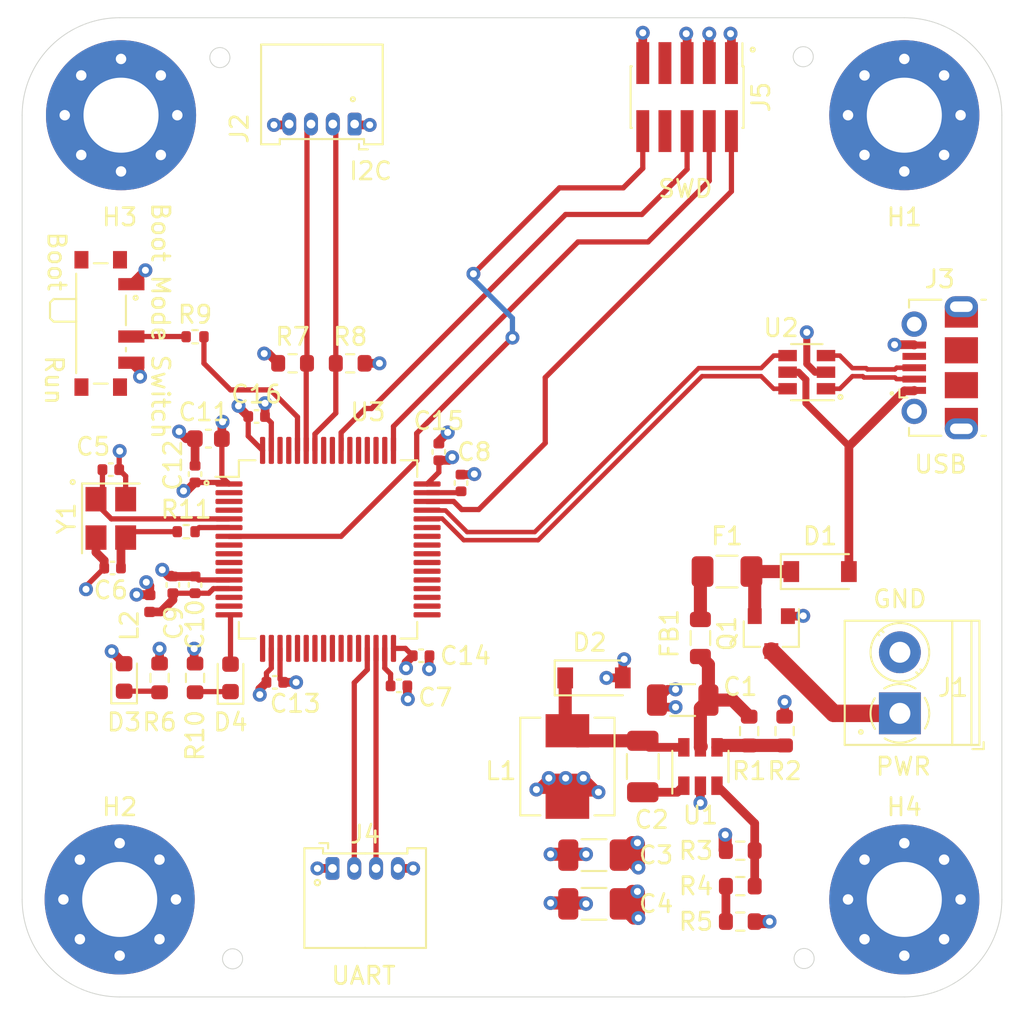
<source format=kicad_pcb>
(kicad_pcb (version 20171130) (host pcbnew "(5.1.12)-1")
  (layers (0 F.Cu signal) (1 In1.Cu power) (2 In2.Cu power) (31 B.Cu signal) (34 B.Paste user) (35 F.Paste user) (36 B.SilkS user) (37 F.SilkS user) (38 B.Mask user) (39 F.Mask user) (44 Edge.Cuts user))
  (net 0 "")
  (net 1 GND)
  (net 2 BUCK_IN)
  (net 3 BUCK_BST)
  (net 4 BUCK_SW)
  (net 5 +3V3)
  (net 6 HSE_IN)
  (net 7 "Net-(C6-Pad1)")
  (net 8 "Net-(C7-Pad1)")
  (net 9 "Net-(C8-Pad1)")
  (net 10 +3.3VA)
  (net 11 +5V)
  (net 12 "Net-(D1-Pad1)")
  (net 13 "Net-(D3-Pad1)")
  (net 14 "Net-(D4-Pad1)")
  (net 15 LED_STATUS)
  (net 16 "Net-(F1-Pad1)")
  (net 17 +12V)
  (net 18 I2C1_SDA)
  (net 19 I2C1_SCL)
  (net 20 "Net-(J3-Pad6)")
  (net 21 USB_CONN_D-)
  (net 22 "Net-(J3-Pad4)")
  (net 23 USB_CONN_D+)
  (net 24 USART3_TX)
  (net 25 USART3_RX)
  (net 26 SWDIO)
  (net 27 SWCLK)
  (net 28 SWO)
  (net 29 "Net-(J5-Pad7)")
  (net 30 "Net-(J5-Pad8)")
  (net 31 NRST)
  (net 32 BUCK_EN)
  (net 33 BUCK_FB)
  (net 34 "Net-(R4-Pad2)")
  (net 35 "Net-(R9-Pad1)")
  (net 36 BOOT0)
  (net 37 HSE_OUT)
  (net 38 USB_D-)
  (net 39 USB_D+)
  (net 40 "Net-(U3-Pad2)")
  (net 41 "Net-(U3-Pad3)")
  (net 42 "Net-(U3-Pad4)")
  (net 43 "Net-(U3-Pad8)")
  (net 44 "Net-(U3-Pad9)")
  (net 45 "Net-(U3-Pad10)")
  (net 46 "Net-(U3-Pad11)")
  (net 47 "Net-(U3-Pad14)")
  (net 48 "Net-(U3-Pad15)")
  (net 49 "Net-(U3-Pad17)")
  (net 50 "Net-(U3-Pad20)")
  (net 51 "Net-(U3-Pad21)")
  (net 52 "Net-(U3-Pad22)")
  (net 53 "Net-(U3-Pad23)")
  (net 54 "Net-(U3-Pad24)")
  (net 55 "Net-(U3-Pad25)")
  (net 56 "Net-(U3-Pad26)")
  (net 57 "Net-(U3-Pad27)")
  (net 58 "Net-(U3-Pad28)")
  (net 59 "Net-(U3-Pad33)")
  (net 60 "Net-(U3-Pad34)")
  (net 61 "Net-(U3-Pad35)")
  (net 62 "Net-(U3-Pad36)")
  (net 63 "Net-(U3-Pad37)")
  (net 64 "Net-(U3-Pad38)")
  (net 65 "Net-(U3-Pad39)")
  (net 66 "Net-(U3-Pad40)")
  (net 67 "Net-(U3-Pad41)")
  (net 68 "Net-(U3-Pad42)")
  (net 69 "Net-(U3-Pad43)")
  (net 70 "Net-(U3-Pad50)")
  (net 71 "Net-(U3-Pad51)")
  (net 72 "Net-(U3-Pad52)")
  (net 73 "Net-(U3-Pad53)")
  (net 74 "Net-(U3-Pad54)")
  (net 75 "Net-(U3-Pad56)")
  (net 76 "Net-(U3-Pad57)")
  (net 77 "Net-(U3-Pad61)")
  (net 78 "Net-(U3-Pad62)")
  (module Connector_PinHeader_1.27mm:PinHeader_2x05_P1.27mm_Vertical_SMD (layer F.Cu) (at 130.556 51.286 270)
    (fp_text reference J5 (at 0 -4.235 90) (layer F.SilkS))
    (fp_text value SWD)
    (pad 10 smd rect (at 1.95 2.54 270) (size 2.4 0.74) (layers F.Cu F.Paste F.Mask) (net 31 NRST))
    (pad 9 smd rect (at -1.95 2.54 270) (size 2.4 0.74) (layers F.Cu F.Paste F.Mask) (net 1 GND))
    (pad 8 smd rect (at 1.95 1.27 270) (size 2.4 0.74) (layers F.Cu F.Paste F.Mask) (net 30 "Net-(J5-Pad8)"))
    (pad 7 smd rect (at -1.95 1.27 270) (size 2.4 0.74) (layers F.Cu F.Paste F.Mask) (net 29 "Net-(J5-Pad7)"))
    (pad 6 smd rect (at 1.95 0 270) (size 2.4 0.74) (layers F.Cu F.Paste F.Mask) (net 28 SWO))
    (pad 5 smd rect (at -1.95 0 270) (size 2.4 0.74) (layers F.Cu F.Paste F.Mask) (net 1 GND))
    (pad 4 smd rect (at 1.95 -1.27 270) (size 2.4 0.74) (layers F.Cu F.Paste F.Mask) (net 27 SWCLK))
    (pad 3 smd rect (at -1.95 -1.27 270) (size 2.4 0.74) (layers F.Cu F.Paste F.Mask) (net 1 GND))
    (pad 2 smd rect (at 1.95 -2.54 270) (size 2.4 0.74) (layers F.Cu F.Paste F.Mask) (net 26 SWDIO))
    (pad 1 smd rect (at -1.95 -2.54 270) (size 2.4 0.74) (layers F.Cu F.Paste F.Mask) (net 5 +3V3))
  )
  (module Connector_Molex:Molex_PicoBlade_53048-0410_1x04_P1.25mm_Horizontal (layer F.Cu) (at 110.236 95.504)
    (fp_text reference J4 (at 1.88 -1.95) (layer F.SilkS))
    (fp_text value USART)
    (pad 4 thru_hole oval (at 3.75 0) (size 0.8 1.3) (drill 0.5) (layers *.Cu *.Mask) (net 1 GND))
    (pad 3 thru_hole oval (at 2.5 0) (size 0.8 1.3) (drill 0.5) (layers *.Cu *.Mask) (net 25 USART3_RX))
    (pad 2 thru_hole oval (at 1.25 0) (size 0.8 1.3) (drill 0.5) (layers *.Cu *.Mask) (net 24 USART3_TX))
    (pad 1 thru_hole roundrect (at 0 0) (size 0.8 1.3) (drill 0.5) (layers *.Cu *.Mask) (net 5 +3V3))
  )
  (module Connector_Molex:Molex_PicoBlade_53048-0410_1x04_P1.25mm_Horizontal (layer F.Cu) (at 111.506 52.832 180)
    (fp_text reference J2 (at 6.604 -0.254 90) (layer F.SilkS))
    (fp_text value I2C)
    (pad 4 thru_hole oval (at 3.75 0 180) (size 0.8 1.3) (drill 0.5) (layers *.Cu *.Mask) (net 1 GND))
    (pad 3 thru_hole oval (at 2.5 0 180) (size 0.8 1.3) (drill 0.5) (layers *.Cu *.Mask) (net 18 I2C1_SDA))
    (pad 2 thru_hole oval (at 1.25 0 180) (size 0.8 1.3) (drill 0.5) (layers *.Cu *.Mask) (net 19 I2C1_SCL))
    (pad 1 thru_hole roundrect (at 0 0 180) (size 0.8 1.3) (drill 0.5) (layers *.Cu *.Mask) (net 5 +3V3))
  )
  (module Capacitor_SMD:C_0402_1005Metric (layer F.Cu) (at 101.092 79.248 90)
    (fp_text reference C9 (at -2.1844 0.0508 270) (layer F.SilkS))
    (fp_text value 1u)
    (pad 2 smd roundrect (at 0.48 0 90) (size 0.56 0.62) (layers F.Cu F.Paste F.Mask) (net 1 GND))
    (pad 1 smd roundrect (at -0.48 0 90) (size 0.56 0.62) (layers F.Cu F.Paste F.Mask) (net 10 +3.3VA))
  )
  (module Capacitor_SMD:C_0402_1005Metric (layer F.Cu) (at 102.362 79.248 90)
    (fp_text reference C10 (at -2.286 0 270) (layer F.SilkS))
    (fp_text value 10n)
    (pad 2 smd roundrect (at 0.48 0 90) (size 0.56 0.62) (layers F.Cu F.Paste F.Mask) (net 1 GND))
    (pad 1 smd roundrect (at -0.48 0 90) (size 0.56 0.62) (layers F.Cu F.Paste F.Mask) (net 10 +3.3VA))
  )
  (module Inductor_SMD:L_0805_2012Metric (layer F.Cu) (at 131.318 82.296 90)
    (fp_text reference FB1 (at 0.254 -1.778 270) (layer F.SilkS))
    (fp_text value "600 @ 600 MHz" hide)
    (pad 1 smd roundrect (at -1.0625 0 90) (size 0.875 1.2) (layers F.Cu F.Paste F.Mask) (net 2 BUCK_IN))
    (pad 2 smd roundrect (at 1.0625 0 90) (size 0.875 1.2) (layers F.Cu F.Paste F.Mask) (net 16 "Net-(F1-Pad1)"))
  )
  (module Capacitor_SMD:C_1206_3216Metric (layer F.Cu) (at 130.302 85.852 180)
    (fp_text reference C1 (at -3.302 0.762 180) (layer F.SilkS))
    (fp_text value 10u hide)
    (pad 2 smd roundrect (at 1.475 0 180) (size 1.15 1.8) (layers F.Cu F.Paste F.Mask) (roundrect_rratio 0.217391) (net 1 GND))
    (pad 1 smd roundrect (at -1.475 0 180) (size 1.15 1.8) (layers F.Cu F.Paste F.Mask) (roundrect_rratio 0.217391) (net 2 BUCK_IN))
  )
  (module Capacitor_SMD:C_1206_3216Metric (layer F.Cu) (at 128.016 89.662 90)
    (fp_text reference C2 (at -3.048 0.508 180) (layer F.SilkS))
    (fp_text value 10n hide)
    (pad 1 smd roundrect (at -1.475 0 90) (size 1.15 1.8) (layers F.Cu F.Paste F.Mask) (roundrect_rratio 0.217391) (net 3 BUCK_BST))
    (pad 2 smd roundrect (at 1.475 0 90) (size 1.15 1.8) (layers F.Cu F.Paste F.Mask) (roundrect_rratio 0.217391) (net 4 BUCK_SW))
  )
  (module Capacitor_SMD:C_1206_3216Metric (layer F.Cu) (at 125.222 94.742)
    (fp_text reference C3 (at 3.556 0) (layer F.SilkS))
    (fp_text value 10u hide)
    (pad 1 smd roundrect (at -1.475 0) (size 1.15 1.8) (layers F.Cu F.Paste F.Mask) (roundrect_rratio 0.217391) (net 5 +3V3))
    (pad 2 smd roundrect (at 1.475 0) (size 1.15 1.8) (layers F.Cu F.Paste F.Mask) (roundrect_rratio 0.217391) (net 1 GND))
  )
  (module Capacitor_SMD:C_1206_3216Metric (layer F.Cu) (at 125.222 97.536)
    (fp_text reference C4 (at 3.556 0) (layer F.SilkS))
    (fp_text value 10u)
    (pad 2 smd roundrect (at 1.475 0) (size 1.15 1.8) (layers F.Cu F.Paste F.Mask) (roundrect_rratio 0.217391) (net 1 GND))
    (pad 1 smd roundrect (at -1.475 0) (size 1.15 1.8) (layers F.Cu F.Paste F.Mask) (roundrect_rratio 0.217391) (net 5 +3V3))
  )
  (module Capacitor_SMD:C_0402_1005Metric (layer F.Cu) (at 97.536 72.644)
    (fp_text reference C5 (at -1.016 -1.3208) (layer F.SilkS))
    (fp_text value 12p)
    (pad 2 smd roundrect (at 0.48 0) (size 0.56 0.62) (layers F.Cu F.Paste F.Mask) (net 1 GND))
    (pad 1 smd roundrect (at -0.48 0) (size 0.56 0.62) (layers F.Cu F.Paste F.Mask) (net 6 HSE_IN))
  )
  (module Capacitor_SMD:C_0402_1005Metric (layer F.Cu) (at 97.6376 78.2828 180)
    (fp_text reference C6 (at 0.1016 -1.27) (layer F.SilkS))
    (fp_text value 12p)
    (pad 2 smd roundrect (at 0.48 0 180) (size 0.56 0.62) (layers F.Cu F.Paste F.Mask) (net 1 GND))
    (pad 1 smd roundrect (at -0.48 0 180) (size 0.56 0.62) (layers F.Cu F.Paste F.Mask) (net 7 "Net-(C6-Pad1)"))
  )
  (module Capacitor_SMD:C_0402_1005Metric (layer F.Cu) (at 114.046 85.0392)
    (fp_text reference C7 (at 2.0828 0.6604) (layer F.SilkS))
    (fp_text value 2u2)
    (pad 2 smd roundrect (at 0.48 0) (size 0.56 0.62) (layers F.Cu F.Paste F.Mask) (net 1 GND))
    (pad 1 smd roundrect (at -0.48 0) (size 0.56 0.62) (layers F.Cu F.Paste F.Mask) (net 8 "Net-(C7-Pad1)"))
  )
  (module Capacitor_SMD:C_0402_1005Metric (layer F.Cu) (at 117.602 73.406 90)
    (fp_text reference C8 (at 1.778 0.762 180) (layer F.SilkS))
    (fp_text value 2u2)
    (pad 1 smd roundrect (at -0.48 0 90) (size 0.56 0.62) (layers F.Cu F.Paste F.Mask) (net 9 "Net-(C8-Pad1)"))
    (pad 2 smd roundrect (at 0.48 0 90) (size 0.56 0.62) (layers F.Cu F.Paste F.Mask) (net 1 GND))
  )
  (module Capacitor_SMD:C_0603_1608Metric (layer F.Cu) (at 103.124 70.866 180)
    (fp_text reference C11 (at 0.254 1.524) (layer F.SilkS))
    (fp_text value 4u7)
    (pad 1 smd roundrect (at -0.775 0 180) (size 0.9 0.95) (layers F.Cu F.Paste F.Mask) (net 5 +3V3))
    (pad 2 smd roundrect (at 0.775 0 180) (size 0.9 0.95) (layers F.Cu F.Paste F.Mask) (net 1 GND))
  )
  (module Capacitor_SMD:C_0402_1005Metric (layer F.Cu) (at 102.362 72.898 90)
    (fp_text reference C12 (at 0.508 -1.27 270) (layer F.SilkS))
    (fp_text value 100n)
    (pad 1 smd roundrect (at -0.48 0 90) (size 0.56 0.62) (layers F.Cu F.Paste F.Mask) (net 5 +3V3))
    (pad 2 smd roundrect (at 0.48 0 90) (size 0.56 0.62) (layers F.Cu F.Paste F.Mask) (net 1 GND))
  )
  (module Capacitor_SMD:C_0402_1005Metric (layer F.Cu) (at 106.934 84.836 180)
    (fp_text reference C13 (at -1.1684 -1.2192) (layer F.SilkS))
    (fp_text value 100n)
    (pad 2 smd roundrect (at 0.48 0 180) (size 0.56 0.62) (layers F.Cu F.Paste F.Mask) (net 1 GND))
    (pad 1 smd roundrect (at -0.48 0 180) (size 0.56 0.62) (layers F.Cu F.Paste F.Mask) (net 5 +3V3))
  )
  (module Capacitor_SMD:C_0402_1005Metric (layer F.Cu) (at 115.316 83.312)
    (fp_text reference C14 (at 2.54 0) (layer F.SilkS))
    (fp_text value 100n)
    (pad 1 smd roundrect (at -0.48 0) (size 0.56 0.62) (layers F.Cu F.Paste F.Mask) (net 5 +3V3))
    (pad 2 smd roundrect (at 0.48 0) (size 0.56 0.62) (layers F.Cu F.Paste F.Mask) (net 1 GND))
  )
  (module Capacitor_SMD:C_0402_1005Metric (layer F.Cu) (at 116.332 71.628 90)
    (fp_text reference C15 (at 1.778 0 180) (layer F.SilkS))
    (fp_text value 100n)
    (pad 1 smd roundrect (at -0.48 0 90) (size 0.56 0.62) (layers F.Cu F.Paste F.Mask) (net 5 +3V3))
    (pad 2 smd roundrect (at 0.48 0 90) (size 0.56 0.62) (layers F.Cu F.Paste F.Mask) (net 1 GND))
  )
  (module Capacitor_SMD:C_0402_1005Metric (layer F.Cu) (at 105.89 69.596)
    (fp_text reference C16 (at 0 -1.27 180) (layer F.SilkS))
    (fp_text value 100n)
    (pad 1 smd roundrect (at -0.48 0) (size 0.56 0.62) (layers F.Cu F.Paste F.Mask) (net 5 +3V3))
    (pad 2 smd roundrect (at 0.48 0) (size 0.56 0.62) (layers F.Cu F.Paste F.Mask) (net 1 GND))
  )
  (module Diode_SMD:D_SOD-123 (layer F.Cu) (at 138.176 78.486)
    (fp_text reference D1 (at 0 -2.032) (layer F.SilkS))
    (fp_text value B5819W hide)
    (pad 1 smd rect (at -1.65 0) (size 0.9 1.2) (layers F.Cu F.Paste F.Mask) (net 12 "Net-(D1-Pad1)"))
    (pad 2 smd rect (at 1.65 0) (size 0.9 1.2) (layers F.Cu F.Paste F.Mask) (net 11 +5V))
  )
  (module Diode_SMD:D_SOD-123 (layer F.Cu) (at 125.222 84.582)
    (fp_text reference D2 (at -0.254 -2.032) (layer F.SilkS))
    (fp_text value B5819W hide)
    (pad 1 smd rect (at -1.65 0) (size 0.9 1.2) (layers F.Cu F.Paste F.Mask) (net 4 BUCK_SW))
    (pad 2 smd rect (at 1.65 0) (size 0.9 1.2) (layers F.Cu F.Paste F.Mask) (net 1 GND))
  )
  (module Diode_SMD:D_0603_1608Metric (layer F.Cu) (at 98.298 84.5565 90)
    (fp_text reference D3 (at -2.5655 0 180) (layer F.SilkS))
    (fp_text value RED hide)
    (pad 2 smd roundrect (at 0.7875 0 90) (size 0.875 0.95) (layers F.Cu F.Paste F.Mask) (net 5 +3V3))
    (pad 1 smd roundrect (at -0.7875 0 90) (size 0.875 0.95) (layers F.Cu F.Paste F.Mask) (net 13 "Net-(D3-Pad1)"))
  )
  (module Diode_SMD:D_0603_1608Metric (layer F.Cu) (at 104.394 84.582 90)
    (fp_text reference D4 (at -2.54 0 180) (layer F.SilkS))
    (fp_text value BLUE)
    (pad 1 smd roundrect (at -0.7875 0 90) (size 0.875 0.95) (layers F.Cu F.Paste F.Mask) (net 14 "Net-(D4-Pad1)"))
    (pad 2 smd roundrect (at 0.7875 0 90) (size 0.875 0.95) (layers F.Cu F.Paste F.Mask) (net 15 LED_STATUS))
  )
  (module Fuse:Fuse_1206_3216Metric (layer F.Cu) (at 132.842 78.486)
    (fp_text reference F1 (at 0 -2.032) (layer F.SilkS))
    (fp_text value 250mA hide)
    (pad 1 smd roundrect (at -1.4 0) (size 1.25 1.75) (layers F.Cu F.Paste F.Mask) (roundrect_rratio 0.2) (net 16 "Net-(F1-Pad1)"))
    (pad 2 smd roundrect (at 1.4 0) (size 1.25 1.75) (layers F.Cu F.Paste F.Mask) (roundrect_rratio 0.2) (net 12 "Net-(D1-Pad1)"))
  )
  (module MountingHole:MountingHole_4.3mm_M4_Pad_Via (layer F.Cu) (at 143.002 52.324)
    (fp_text reference H1 (at 0 5.842) (layer F.SilkS))
    (fp_text value MountingHole_Pad)
    (pad 1 thru_hole circle (at 2.280419 -2.280419) (size 0.9 0.9) (drill 0.6) (layers *.Cu *.Mask) (net 1 GND))
    (pad 1 thru_hole circle (at 0 -3.225) (size 0.9 0.9) (drill 0.6) (layers *.Cu *.Mask) (net 1 GND))
    (pad 1 thru_hole circle (at -2.280419 -2.280419) (size 0.9 0.9) (drill 0.6) (layers *.Cu *.Mask) (net 1 GND))
    (pad 1 thru_hole circle (at -3.225 0) (size 0.9 0.9) (drill 0.6) (layers *.Cu *.Mask) (net 1 GND))
    (pad 1 thru_hole circle (at -2.280419 2.280419) (size 0.9 0.9) (drill 0.6) (layers *.Cu *.Mask) (net 1 GND))
    (pad 1 thru_hole circle (at 0 3.225) (size 0.9 0.9) (drill 0.6) (layers *.Cu *.Mask) (net 1 GND))
    (pad 1 thru_hole circle (at 2.280419 2.280419) (size 0.9 0.9) (drill 0.6) (layers *.Cu *.Mask) (net 1 GND))
    (pad 1 thru_hole circle (at 3.225 0) (size 0.9 0.9) (drill 0.6) (layers *.Cu *.Mask) (net 1 GND))
    (pad 1 thru_hole circle (at 0 0) (size 8.6 8.6) (drill 4.3) (layers *.Cu *.Mask) (net 1 GND))
  )
  (module MountingHole:MountingHole_4.3mm_M4_Pad_Via (layer F.Cu) (at 98.044 97.282)
    (fp_text reference H2 (at 0 -5.3) (layer F.SilkS))
    (fp_text value MountingHole_Pad)
    (pad 1 thru_hole circle (at 0 0) (size 8.6 8.6) (drill 4.3) (layers *.Cu *.Mask) (net 1 GND))
    (pad 1 thru_hole circle (at 3.225 0) (size 0.9 0.9) (drill 0.6) (layers *.Cu *.Mask) (net 1 GND))
    (pad 1 thru_hole circle (at 2.280419 2.280419) (size 0.9 0.9) (drill 0.6) (layers *.Cu *.Mask) (net 1 GND))
    (pad 1 thru_hole circle (at 0 3.225) (size 0.9 0.9) (drill 0.6) (layers *.Cu *.Mask) (net 1 GND))
    (pad 1 thru_hole circle (at -2.280419 2.280419) (size 0.9 0.9) (drill 0.6) (layers *.Cu *.Mask) (net 1 GND))
    (pad 1 thru_hole circle (at -3.225 0) (size 0.9 0.9) (drill 0.6) (layers *.Cu *.Mask) (net 1 GND))
    (pad 1 thru_hole circle (at -2.280419 -2.280419) (size 0.9 0.9) (drill 0.6) (layers *.Cu *.Mask) (net 1 GND))
    (pad 1 thru_hole circle (at 0 -3.225) (size 0.9 0.9) (drill 0.6) (layers *.Cu *.Mask) (net 1 GND))
    (pad 1 thru_hole circle (at 2.280419 -2.280419) (size 0.9 0.9) (drill 0.6) (layers *.Cu *.Mask) (net 1 GND))
  )
  (module MountingHole:MountingHole_4.3mm_M4_Pad_Via (layer F.Cu) (at 98.121 52.324)
    (fp_text reference H3 (at -0.077 5.842) (layer F.SilkS))
    (fp_text value MountingHole_Pad)
    (pad 1 thru_hole circle (at 2.280419 -2.280419) (size 0.9 0.9) (drill 0.6) (layers *.Cu *.Mask) (net 1 GND))
    (pad 1 thru_hole circle (at 0 -3.225) (size 0.9 0.9) (drill 0.6) (layers *.Cu *.Mask) (net 1 GND))
    (pad 1 thru_hole circle (at -2.280419 -2.280419) (size 0.9 0.9) (drill 0.6) (layers *.Cu *.Mask) (net 1 GND))
    (pad 1 thru_hole circle (at -3.225 0) (size 0.9 0.9) (drill 0.6) (layers *.Cu *.Mask) (net 1 GND))
    (pad 1 thru_hole circle (at -2.280419 2.280419) (size 0.9 0.9) (drill 0.6) (layers *.Cu *.Mask) (net 1 GND))
    (pad 1 thru_hole circle (at 0 3.225) (size 0.9 0.9) (drill 0.6) (layers *.Cu *.Mask) (net 1 GND))
    (pad 1 thru_hole circle (at 2.280419 2.280419) (size 0.9 0.9) (drill 0.6) (layers *.Cu *.Mask) (net 1 GND))
    (pad 1 thru_hole circle (at 3.225 0) (size 0.9 0.9) (drill 0.6) (layers *.Cu *.Mask) (net 1 GND))
    (pad 1 thru_hole circle (at 0 0) (size 8.6 8.6) (drill 4.3) (layers *.Cu *.Mask) (net 1 GND))
  )
  (module MountingHole:MountingHole_4.3mm_M4_Pad_Via (layer F.Cu) (at 143.002 97.282)
    (fp_text reference H4 (at 0 -5.3) (layer F.SilkS))
    (fp_text value MountingHole_Pad)
    (pad 1 thru_hole circle (at 0 0) (size 8.6 8.6) (drill 4.3) (layers *.Cu *.Mask) (net 1 GND))
    (pad 1 thru_hole circle (at 3.225 0) (size 0.9 0.9) (drill 0.6) (layers *.Cu *.Mask) (net 1 GND))
    (pad 1 thru_hole circle (at 2.280419 2.280419) (size 0.9 0.9) (drill 0.6) (layers *.Cu *.Mask) (net 1 GND))
    (pad 1 thru_hole circle (at 0 3.225) (size 0.9 0.9) (drill 0.6) (layers *.Cu *.Mask) (net 1 GND))
    (pad 1 thru_hole circle (at -2.280419 2.280419) (size 0.9 0.9) (drill 0.6) (layers *.Cu *.Mask) (net 1 GND))
    (pad 1 thru_hole circle (at -3.225 0) (size 0.9 0.9) (drill 0.6) (layers *.Cu *.Mask) (net 1 GND))
    (pad 1 thru_hole circle (at -2.280419 -2.280419) (size 0.9 0.9) (drill 0.6) (layers *.Cu *.Mask) (net 1 GND))
    (pad 1 thru_hole circle (at 0 -3.225) (size 0.9 0.9) (drill 0.6) (layers *.Cu *.Mask) (net 1 GND))
    (pad 1 thru_hole circle (at 2.280419 -2.280419) (size 0.9 0.9) (drill 0.6) (layers *.Cu *.Mask) (net 1 GND))
  )
  (module TerminalBlock_Phoenix:TerminalBlock_Phoenix_PT-1,5-2-3.5-H_1x02_P3.50mm_Horizontal (layer F.Cu) (at 142.748 86.614 90)
    (fp_text reference J1 (at 1.4732 3.048 180) (layer F.SilkS))
    (fp_text value "Power Connector" hide)
    (pad 1 thru_hole rect (at 0 0 90) (size 2.4 2.4) (drill 1.2) (layers *.Cu *.Mask) (net 17 +12V))
    (pad 2 thru_hole circle (at 3.5 0 90) (size 2.4 2.4) (drill 1.2) (layers *.Cu *.Mask) (net 1 GND))
  )
  (module Connector_USB:USB_Micro-B_Molex-105017-0001 (layer F.Cu) (at 145.034 66.802 90)
    (fp_text reference J3 (at 5.08 0 180) (layer F.SilkS))
    (fp_text value USB_B_Micro hide)
    (pad 6 smd rect (at 1 1.2375 90) (size 1.5 1.9) (layers F.Cu F.Paste F.Mask) (net 20 "Net-(J3-Pad6)"))
    (pad 6 thru_hole circle (at -2.5 -1.4625 90) (size 1.45 1.45) (drill 0.85) (layers *.Cu *.Mask) (net 20 "Net-(J3-Pad6)"))
    (pad 2 smd rect (at -0.65 -1.4625 90) (size 0.4 1.35) (layers F.Cu F.Paste F.Mask) (net 21 USB_CONN_D-))
    (pad 1 smd rect (at -1.3 -1.4625 90) (size 0.4 1.35) (layers F.Cu F.Paste F.Mask) (net 11 +5V))
    (pad 5 smd rect (at 1.3 -1.4625 90) (size 0.4 1.35) (layers F.Cu F.Paste F.Mask) (net 1 GND))
    (pad 4 smd rect (at 0.65 -1.4625 90) (size 0.4 1.35) (layers F.Cu F.Paste F.Mask) (net 22 "Net-(J3-Pad4)"))
    (pad 3 smd rect (at 0 -1.4625 90) (size 0.4 1.35) (layers F.Cu F.Paste F.Mask) (net 23 USB_CONN_D+))
    (pad 6 thru_hole circle (at 2.5 -1.4625 90) (size 1.45 1.45) (drill 0.85) (layers *.Cu *.Mask) (net 20 "Net-(J3-Pad6)"))
    (pad 6 smd rect (at -1 1.2375 90) (size 1.5 1.9) (layers F.Cu F.Paste F.Mask) (net 20 "Net-(J3-Pad6)"))
    (pad 6 thru_hole oval (at -3.5 1.2375 270) (size 1.2 1.9) (drill oval 0.6 1.3) (layers *.Cu *.Mask) (net 20 "Net-(J3-Pad6)"))
    (pad 6 thru_hole oval (at 3.5 1.2375 90) (size 1.2 1.9) (drill oval 0.6 1.3) (layers *.Cu *.Mask) (net 20 "Net-(J3-Pad6)"))
    (pad 6 smd rect (at 2.9 1.2375 90) (size 1.2 1.9) (layers F.Cu F.Mask) (net 20 "Net-(J3-Pad6)"))
    (pad 6 smd rect (at -2.9 1.2375 90) (size 1.2 1.9) (layers F.Cu F.Mask) (net 20 "Net-(J3-Pad6)"))
  )
  (module Inductor_SMD:L_Sunlord_MWSA0518_5.4x5.2mm (layer F.Cu) (at 123.698 89.662 270)
    (fp_text reference L1 (at 0.254 3.81 180) (layer F.SilkS))
    (fp_text value 10uH hide)
    (pad 1 smd rect (at -2.05 0 270) (size 1.9 2.5) (layers F.Cu F.Paste F.Mask) (net 4 BUCK_SW))
    (pad 2 smd rect (at 2.05 0 270) (size 1.9 2.5) (layers F.Cu F.Paste F.Mask) (net 5 +3V3))
  )
  (module Inductor_SMD:L_0402_1005Metric (layer F.Cu) (at 99.7712 80.3148 270)
    (fp_text reference L2 (at 1.27 1.1684 90) (layer F.SilkS))
    (fp_text value 39n)
    (pad 1 smd roundrect (at -0.485 0 270) (size 0.59 0.64) (layers F.Cu F.Paste F.Mask) (net 5 +3V3))
    (pad 2 smd roundrect (at 0.485 0 270) (size 0.59 0.64) (layers F.Cu F.Paste F.Mask) (net 10 +3.3VA))
  )
  (module Package_TO_SOT_SMD:SOT-23 (layer F.Cu) (at 135.382 82.042 270)
    (fp_text reference Q1 (at 0 2.54 270) (layer F.SilkS))
    (fp_text value AO3401A hide)
    (pad 1 smd rect (at -1 -0.95 270) (size 0.9 0.8) (layers F.Cu F.Paste F.Mask) (net 1 GND))
    (pad 2 smd rect (at -1 0.95 270) (size 0.9 0.8) (layers F.Cu F.Paste F.Mask) (net 12 "Net-(D1-Pad1)"))
    (pad 3 smd rect (at 1 0 270) (size 0.9 0.8) (layers F.Cu F.Paste F.Mask) (net 17 +12V))
  )
  (module Resistor_SMD:R_0603_1608Metric (layer F.Cu) (at 134.112 87.63 270)
    (fp_text reference R1 (at 2.286 0 180) (layer F.SilkS))
    (fp_text value 100k hide)
    (pad 1 smd roundrect (at -0.825 0 270) (size 0.8 0.95) (layers F.Cu F.Paste F.Mask) (net 2 BUCK_IN))
    (pad 2 smd roundrect (at 0.825 0 270) (size 0.8 0.95) (layers F.Cu F.Paste F.Mask) (net 32 BUCK_EN))
  )
  (module Resistor_SMD:R_0603_1608Metric (layer F.Cu) (at 136.144 87.63 90)
    (fp_text reference R2 (at -2.286 0 180) (layer F.SilkS))
    (fp_text value 68k hide)
    (pad 2 smd roundrect (at 0.825 0 90) (size 0.8 0.95) (layers F.Cu F.Paste F.Mask) (net 1 GND))
    (pad 1 smd roundrect (at -0.825 0 90) (size 0.8 0.95) (layers F.Cu F.Paste F.Mask) (net 32 BUCK_EN))
  )
  (module Resistor_SMD:R_0603_1608Metric (layer F.Cu) (at 133.604 94.488)
    (fp_text reference R3 (at -2.54 0 180) (layer F.SilkS))
    (fp_text value 47k hide)
    (pad 1 smd roundrect (at -0.825 0) (size 0.8 0.95) (layers F.Cu F.Paste F.Mask) (net 5 +3V3))
    (pad 2 smd roundrect (at 0.825 0) (size 0.8 0.95) (layers F.Cu F.Paste F.Mask) (net 33 BUCK_FB))
  )
  (module Resistor_SMD:R_0603_1608Metric (layer F.Cu) (at 133.604 96.52 180)
    (fp_text reference R4 (at 2.54 0) (layer F.SilkS))
    (fp_text value 15k hide)
    (pad 2 smd roundrect (at 0.825 0 180) (size 0.8 0.95) (layers F.Cu F.Paste F.Mask) (net 34 "Net-(R4-Pad2)"))
    (pad 1 smd roundrect (at -0.825 0 180) (size 0.8 0.95) (layers F.Cu F.Paste F.Mask) (net 33 BUCK_FB))
  )
  (module Resistor_SMD:R_0603_1608Metric (layer F.Cu) (at 133.604 98.552)
    (fp_text reference R5 (at -2.54 0 180) (layer F.SilkS))
    (fp_text value 270 hide)
    (pad 1 smd roundrect (at -0.825 0) (size 0.8 0.95) (layers F.Cu F.Paste F.Mask) (net 34 "Net-(R4-Pad2)"))
    (pad 2 smd roundrect (at 0.825 0) (size 0.8 0.95) (layers F.Cu F.Paste F.Mask) (net 1 GND))
  )
  (module Resistor_SMD:R_0603_1608Metric (layer F.Cu) (at 100.33 84.582 90)
    (fp_text reference R6 (at -2.54 0 180) (layer F.SilkS))
    (fp_text value 1k hide)
    (pad 2 smd roundrect (at 0.825 0 90) (size 0.8 0.95) (layers F.Cu F.Paste F.Mask) (net 1 GND))
    (pad 1 smd roundrect (at -0.825 0 90) (size 0.8 0.95) (layers F.Cu F.Paste F.Mask) (net 13 "Net-(D3-Pad1)"))
  )
  (module Resistor_SMD:R_0603_1608Metric (layer F.Cu) (at 107.95 66.548 180)
    (fp_text reference R7 (at 0 1.524) (layer F.SilkS))
    (fp_text value 2k2)
    (pad 2 smd roundrect (at 0.825 0 180) (size 0.8 0.95) (layers F.Cu F.Paste F.Mask) (net 5 +3V3))
    (pad 1 smd roundrect (at -0.825 0 180) (size 0.8 0.95) (layers F.Cu F.Paste F.Mask) (net 18 I2C1_SDA))
  )
  (module Resistor_SMD:R_0603_1608Metric (layer F.Cu) (at 111.252 66.548)
    (fp_text reference R8 (at 0 -1.524) (layer F.SilkS))
    (fp_text value 2k2)
    (pad 1 smd roundrect (at -0.825 0) (size 0.8 0.95) (layers F.Cu F.Paste F.Mask) (net 19 I2C1_SCL))
    (pad 2 smd roundrect (at 0.825 0) (size 0.8 0.95) (layers F.Cu F.Paste F.Mask) (net 5 +3V3))
  )
  (module Resistor_SMD:R_0402_1005Metric (layer F.Cu) (at 102.362 65.024)
    (fp_text reference R9 (at 0 -1.27) (layer F.SilkS))
    (fp_text value 10k)
    (pad 1 smd roundrect (at -0.51 0) (size 0.54 0.64) (layers F.Cu F.Paste F.Mask) (net 35 "Net-(R9-Pad1)"))
    (pad 2 smd roundrect (at 0.51 0) (size 0.54 0.64) (layers F.Cu F.Paste F.Mask) (net 36 BOOT0))
  )
  (module Resistor_SMD:R_0603_1608Metric (layer F.Cu) (at 102.362 84.582 90)
    (fp_text reference R10 (at -3.302 0 270) (layer F.SilkS))
    (fp_text value 1k5)
    (pad 1 smd roundrect (at -0.825 0 90) (size 0.8 0.95) (layers F.Cu F.Paste F.Mask) (net 14 "Net-(D4-Pad1)"))
    (pad 2 smd roundrect (at 0.825 0 90) (size 0.8 0.95) (layers F.Cu F.Paste F.Mask) (net 1 GND))
  )
  (module Resistor_SMD:R_0402_1005Metric (layer F.Cu) (at 101.854 76.2 180)
    (fp_text reference R11 (at 0 1.27) (layer F.SilkS))
    (fp_text value 47)
    (pad 2 smd roundrect (at 0.51 0 180) (size 0.54 0.64) (layers F.Cu F.Paste F.Mask) (net 7 "Net-(C6-Pad1)"))
    (pad 1 smd roundrect (at -0.51 0 180) (size 0.54 0.64) (layers F.Cu F.Paste F.Mask) (net 37 HSE_OUT))
  )
  (module Button_Switch_SMD:SW_SPDT_PCM12 (layer F.Cu) (at 97.282 64.262 270)
    (fp_text reference SW1 hide)
    (fp_text value SW_SPDT)
    (pad "" np_thru_hole circle (at -1.5 0.33 270) (size 0.9 0.9) (drill 0.9) (layers *.Cu *.Mask))
    (pad "" np_thru_hole circle (at 1.5 0.33 270) (size 0.9 0.9) (drill 0.9) (layers *.Cu *.Mask))
    (pad 1 smd rect (at -2.25 -1.43 270) (size 0.7 1.5) (layers F.Cu F.Paste F.Mask) (net 5 +3V3))
    (pad 2 smd rect (at 0.75 -1.43 270) (size 0.7 1.5) (layers F.Cu F.Paste F.Mask) (net 35 "Net-(R9-Pad1)"))
    (pad 3 smd rect (at 2.25 -1.43 270) (size 0.7 1.5) (layers F.Cu F.Paste F.Mask) (net 1 GND))
    (pad "" smd rect (at -3.65 1.43 270) (size 1 0.8) (layers F.Cu F.Paste F.Mask))
    (pad "" smd rect (at 3.65 1.43 270) (size 1 0.8) (layers F.Cu F.Paste F.Mask))
    (pad "" smd rect (at 3.65 -0.78 270) (size 1 0.8) (layers F.Cu F.Paste F.Mask))
    (pad "" smd rect (at -3.65 -0.78 270) (size 1 0.8) (layers F.Cu F.Paste F.Mask))
  )
  (module Package_TO_SOT_SMD:SOT-23-6 (layer F.Cu) (at 131.318 89.662 90)
    (fp_text reference U1 (at -2.794 0 180) (layer F.SilkS))
    (fp_text value MP2359DJ-LF-Z hide)
    (pad 1 smd rect (at -1.1 -0.95 90) (size 1.06 0.65) (layers F.Cu F.Paste F.Mask) (net 3 BUCK_BST))
    (pad 2 smd rect (at -1.1 0 90) (size 1.06 0.65) (layers F.Cu F.Paste F.Mask) (net 1 GND))
    (pad 3 smd rect (at -1.1 0.95 90) (size 1.06 0.65) (layers F.Cu F.Paste F.Mask) (net 33 BUCK_FB))
    (pad 4 smd rect (at 1.1 0.95 90) (size 1.06 0.65) (layers F.Cu F.Paste F.Mask) (net 32 BUCK_EN))
    (pad 6 smd rect (at 1.1 -0.95 90) (size 1.06 0.65) (layers F.Cu F.Paste F.Mask) (net 4 BUCK_SW))
    (pad 5 smd rect (at 1.1 0 90) (size 1.06 0.65) (layers F.Cu F.Paste F.Mask) (net 2 BUCK_IN))
  )
  (module Package_TO_SOT_SMD:SOT-23-6 (layer F.Cu) (at 137.414 67.056 180)
    (fp_text reference U2 (at 1.4732 2.54) (layer F.SilkS))
    (fp_text value USBLC6-2SC6 hide)
    (pad 5 smd rect (at 1.1 0 180) (size 1.06 0.65) (layers F.Cu F.Paste F.Mask) (net 11 +5V))
    (pad 6 smd rect (at 1.1 -0.95 180) (size 1.06 0.65) (layers F.Cu F.Paste F.Mask) (net 38 USB_D-))
    (pad 4 smd rect (at 1.1 0.95 180) (size 1.06 0.65) (layers F.Cu F.Paste F.Mask) (net 39 USB_D+))
    (pad 3 smd rect (at -1.1 0.95 180) (size 1.06 0.65) (layers F.Cu F.Paste F.Mask) (net 23 USB_CONN_D+))
    (pad 2 smd rect (at -1.1 0 180) (size 1.06 0.65) (layers F.Cu F.Paste F.Mask) (net 1 GND))
    (pad 1 smd rect (at -1.1 -0.95 180) (size 1.06 0.65) (layers F.Cu F.Paste F.Mask) (net 21 USB_CONN_D-))
  )
  (module Package_QFP:LQFP-64_10x10mm_P0.5mm (layer F.Cu) (at 109.982 77.216)
    (fp_text reference U3 (at 2.286 -7.874) (layer F.SilkS))
    (fp_text value STM32F405RGT6)
    (pad 64 smd roundrect (at -3.75 -5.675) (size 0.3 1.55) (layers F.Cu F.Paste F.Mask) (net 5 +3V3))
    (pad 63 smd roundrect (at -3.25 -5.675) (size 0.3 1.55) (layers F.Cu F.Paste F.Mask) (net 1 GND))
    (pad 62 smd roundrect (at -2.75 -5.675) (size 0.3 1.55) (layers F.Cu F.Paste F.Mask) (net 78 "Net-(U3-Pad62)"))
    (pad 61 smd roundrect (at -2.25 -5.675) (size 0.3 1.55) (layers F.Cu F.Paste F.Mask) (net 77 "Net-(U3-Pad61)"))
    (pad 60 smd roundrect (at -1.75 -5.675) (size 0.3 1.55) (layers F.Cu F.Paste F.Mask) (net 36 BOOT0))
    (pad 59 smd roundrect (at -1.25 -5.675) (size 0.3 1.55) (layers F.Cu F.Paste F.Mask) (net 18 I2C1_SDA))
    (pad 58 smd roundrect (at -0.75 -5.675) (size 0.3 1.55) (layers F.Cu F.Paste F.Mask) (net 19 I2C1_SCL))
    (pad 57 smd roundrect (at -0.25 -5.675) (size 0.3 1.55) (layers F.Cu F.Paste F.Mask) (net 76 "Net-(U3-Pad57)"))
    (pad 56 smd roundrect (at 0.25 -5.675) (size 0.3 1.55) (layers F.Cu F.Paste F.Mask) (net 75 "Net-(U3-Pad56)"))
    (pad 55 smd roundrect (at 0.75 -5.675) (size 0.3 1.55) (layers F.Cu F.Paste F.Mask) (net 28 SWO))
    (pad 54 smd roundrect (at 1.25 -5.675) (size 0.3 1.55) (layers F.Cu F.Paste F.Mask) (net 74 "Net-(U3-Pad54)"))
    (pad 53 smd roundrect (at 1.75 -5.675) (size 0.3 1.55) (layers F.Cu F.Paste F.Mask) (net 73 "Net-(U3-Pad53)"))
    (pad 52 smd roundrect (at 2.25 -5.675) (size 0.3 1.55) (layers F.Cu F.Paste F.Mask) (net 72 "Net-(U3-Pad52)"))
    (pad 51 smd roundrect (at 2.75 -5.675) (size 0.3 1.55) (layers F.Cu F.Paste F.Mask) (net 71 "Net-(U3-Pad51)"))
    (pad 50 smd roundrect (at 3.25 -5.675) (size 0.3 1.55) (layers F.Cu F.Paste F.Mask) (net 70 "Net-(U3-Pad50)"))
    (pad 49 smd roundrect (at 3.75 -5.675) (size 0.3 1.55) (layers F.Cu F.Paste F.Mask) (net 27 SWCLK))
    (pad 48 smd roundrect (at 5.675 -3.75) (size 1.55 0.3) (layers F.Cu F.Paste F.Mask) (net 5 +3V3))
    (pad 47 smd roundrect (at 5.675 -3.25) (size 1.55 0.3) (layers F.Cu F.Paste F.Mask) (net 9 "Net-(C8-Pad1)"))
    (pad 46 smd roundrect (at 5.675 -2.75) (size 1.55 0.3) (layers F.Cu F.Paste F.Mask) (net 26 SWDIO))
    (pad 45 smd roundrect (at 5.675 -2.25) (size 1.55 0.3) (layers F.Cu F.Paste F.Mask) (net 39 USB_D+))
    (pad 44 smd roundrect (at 5.675 -1.75) (size 1.55 0.3) (layers F.Cu F.Paste F.Mask) (net 38 USB_D-))
    (pad 43 smd roundrect (at 5.675 -1.25) (size 1.55 0.3) (layers F.Cu F.Paste F.Mask) (net 69 "Net-(U3-Pad43)"))
    (pad 42 smd roundrect (at 5.675 -0.75) (size 1.55 0.3) (layers F.Cu F.Paste F.Mask) (net 68 "Net-(U3-Pad42)"))
    (pad 41 smd roundrect (at 5.675 -0.25) (size 1.55 0.3) (layers F.Cu F.Paste F.Mask) (net 67 "Net-(U3-Pad41)"))
    (pad 40 smd roundrect (at 5.675 0.25) (size 1.55 0.3) (layers F.Cu F.Paste F.Mask) (net 66 "Net-(U3-Pad40)"))
    (pad 39 smd roundrect (at 5.675 0.75) (size 1.55 0.3) (layers F.Cu F.Paste F.Mask) (net 65 "Net-(U3-Pad39)"))
    (pad 38 smd roundrect (at 5.675 1.25) (size 1.55 0.3) (layers F.Cu F.Paste F.Mask) (net 64 "Net-(U3-Pad38)"))
    (pad 37 smd roundrect (at 5.675 1.75) (size 1.55 0.3) (layers F.Cu F.Paste F.Mask) (net 63 "Net-(U3-Pad37)"))
    (pad 36 smd roundrect (at 5.675 2.25) (size 1.55 0.3) (layers F.Cu F.Paste F.Mask) (net 62 "Net-(U3-Pad36)"))
    (pad 35 smd roundrect (at 5.675 2.75) (size 1.55 0.3) (layers F.Cu F.Paste F.Mask) (net 61 "Net-(U3-Pad35)"))
    (pad 34 smd roundrect (at 5.675 3.25) (size 1.55 0.3) (layers F.Cu F.Paste F.Mask) (net 60 "Net-(U3-Pad34)"))
    (pad 33 smd roundrect (at 5.675 3.75) (size 1.55 0.3) (layers F.Cu F.Paste F.Mask) (net 59 "Net-(U3-Pad33)"))
    (pad 32 smd roundrect (at 3.75 5.675) (size 0.3 1.55) (layers F.Cu F.Paste F.Mask) (net 5 +3V3))
    (pad 31 smd roundrect (at 3.25 5.675) (size 0.3 1.55) (layers F.Cu F.Paste F.Mask) (net 8 "Net-(C7-Pad1)"))
    (pad 30 smd roundrect (at 2.75 5.675) (size 0.3 1.55) (layers F.Cu F.Paste F.Mask) (net 25 USART3_RX))
    (pad 29 smd roundrect (at 2.25 5.675) (size 0.3 1.55) (layers F.Cu F.Paste F.Mask) (net 24 USART3_TX))
    (pad 28 smd roundrect (at 1.75 5.675) (size 0.3 1.55) (layers F.Cu F.Paste F.Mask) (net 58 "Net-(U3-Pad28)"))
    (pad 27 smd roundrect (at 1.25 5.675) (size 0.3 1.55) (layers F.Cu F.Paste F.Mask) (net 57 "Net-(U3-Pad27)"))
    (pad 26 smd roundrect (at 0.75 5.675) (size 0.3 1.55) (layers F.Cu F.Paste F.Mask) (net 56 "Net-(U3-Pad26)"))
    (pad 25 smd roundrect (at 0.25 5.675) (size 0.3 1.55) (layers F.Cu F.Paste F.Mask) (net 55 "Net-(U3-Pad25)"))
    (pad 24 smd roundrect (at -0.25 5.675) (size 0.3 1.55) (layers F.Cu F.Paste F.Mask) (net 54 "Net-(U3-Pad24)"))
    (pad 23 smd roundrect (at -0.75 5.675) (size 0.3 1.55) (layers F.Cu F.Paste F.Mask) (net 53 "Net-(U3-Pad23)"))
    (pad 22 smd roundrect (at -1.25 5.675) (size 0.3 1.55) (layers F.Cu F.Paste F.Mask) (net 52 "Net-(U3-Pad22)"))
    (pad 21 smd roundrect (at -1.75 5.675) (size 0.3 1.55) (layers F.Cu F.Paste F.Mask) (net 51 "Net-(U3-Pad21)"))
    (pad 20 smd roundrect (at -2.25 5.675) (size 0.3 1.55) (layers F.Cu F.Paste F.Mask) (net 50 "Net-(U3-Pad20)"))
    (pad 19 smd roundrect (at -2.75 5.675) (size 0.3 1.55) (layers F.Cu F.Paste F.Mask) (net 5 +3V3))
    (pad 18 smd roundrect (at -3.25 5.675) (size 0.3 1.55) (layers F.Cu F.Paste F.Mask) (net 1 GND))
    (pad 17 smd roundrect (at -3.75 5.675) (size 0.3 1.55) (layers F.Cu F.Paste F.Mask) (net 49 "Net-(U3-Pad17)"))
    (pad 16 smd roundrect (at -5.675 3.75) (size 1.55 0.3) (layers F.Cu F.Paste F.Mask) (net 15 LED_STATUS))
    (pad 15 smd roundrect (at -5.675 3.25) (size 1.55 0.3) (layers F.Cu F.Paste F.Mask) (net 48 "Net-(U3-Pad15)"))
    (pad 14 smd roundrect (at -5.675 2.75) (size 1.55 0.3) (layers F.Cu F.Paste F.Mask) (net 47 "Net-(U3-Pad14)"))
    (pad 13 smd roundrect (at -5.675 2.25) (size 1.55 0.3) (layers F.Cu F.Paste F.Mask) (net 10 +3.3VA))
    (pad 12 smd roundrect (at -5.675 1.75) (size 1.55 0.3) (layers F.Cu F.Paste F.Mask) (net 1 GND))
    (pad 11 smd roundrect (at -5.675 1.25) (size 1.55 0.3) (layers F.Cu F.Paste F.Mask) (net 46 "Net-(U3-Pad11)"))
    (pad 10 smd roundrect (at -5.675 0.75) (size 1.55 0.3) (layers F.Cu F.Paste F.Mask) (net 45 "Net-(U3-Pad10)"))
    (pad 9 smd roundrect (at -5.675 0.25) (size 1.55 0.3) (layers F.Cu F.Paste F.Mask) (net 44 "Net-(U3-Pad9)"))
    (pad 8 smd roundrect (at -5.675 -0.25) (size 1.55 0.3) (layers F.Cu F.Paste F.Mask) (net 43 "Net-(U3-Pad8)"))
    (pad 7 smd roundrect (at -5.675 -0.75) (size 1.55 0.3) (layers F.Cu F.Paste F.Mask) (net 31 NRST))
    (pad 6 smd roundrect (at -5.675 -1.25) (size 1.55 0.3) (layers F.Cu F.Paste F.Mask) (net 37 HSE_OUT))
    (pad 5 smd roundrect (at -5.675 -1.75) (size 1.55 0.3) (layers F.Cu F.Paste F.Mask) (net 6 HSE_IN))
    (pad 4 smd roundrect (at -5.675 -2.25) (size 1.55 0.3) (layers F.Cu F.Paste F.Mask) (net 42 "Net-(U3-Pad4)"))
    (pad 3 smd roundrect (at -5.675 -2.75) (size 1.55 0.3) (layers F.Cu F.Paste F.Mask) (net 41 "Net-(U3-Pad3)"))
    (pad 2 smd roundrect (at -5.675 -3.25) (size 1.55 0.3) (layers F.Cu F.Paste F.Mask) (net 40 "Net-(U3-Pad2)"))
    (pad 1 smd roundrect (at -5.675 -3.75) (size 1.55 0.3) (layers F.Cu F.Paste F.Mask) (net 5 +3V3))
  )
  (module Crystal:Crystal_SMD_3225-4Pin_3.2x2.5mm (layer F.Cu) (at 97.536 75.438 270)
    (fp_text reference Y1 (at 0 2.54 90) (layer F.SilkS))
    (fp_text value 16MHz)
    (pad 1 smd rect (at -1.1 0.85 270) (size 1.4 1.2) (layers F.Cu F.Paste F.Mask) (net 6 HSE_IN))
    (pad 2 smd rect (at 1.1 0.85 270) (size 1.4 1.2) (layers F.Cu F.Paste F.Mask) (net 1 GND))
    (pad 3 smd rect (at 1.1 -0.85 270) (size 1.4 1.2) (layers F.Cu F.Paste F.Mask) (net 7 "Net-(C6-Pad1)"))
    (pad 4 smd rect (at -1.1 -0.85 270) (size 1.4 1.2) (layers F.Cu F.Paste F.Mask) (net 1 GND))
  )
  (gr_circle (center 104.5128 100.6856) (end 105.0888 100.6856) (layer Edge.Cuts) (width 0.05))
  (gr_circle (center 137.2616 100.6684) (end 137.8376 100.6684) (layer Edge.Cuts) (width 0.05))
  (gr_circle (center 137.2108 48.9712) (end 137.7868 48.9712) (layer Edge.Cuts) (width 0.05))
  (gr_circle (center 103.7844 49.022) (end 104.3604 49.022) (layer Edge.Cuts) (width 0.05))
  (gr_text Run (at 94.2848 67.5132 -90) (layer F.SilkS) (effects (font (size 1 1))))
  (gr_text Boot (at 94.4372 60.706 -90) (layer F.SilkS) (effects (font (size 1 1))))
  (gr_circle (center 98.9584 62.7888) (end 99.06 62.8396) (layer F.SilkS) (width 0.12))
  (gr_circle (center 111.4044 51.4096) (end 111.506 51.4604) (layer F.SilkS) (width 0.12))
  (gr_circle (center 95.3516 73.3552) (end 95.4532 73.406) (layer F.SilkS) (width 0.12))
  (gr_circle (center 109.3724 96.3168) (end 109.5248 96.3168) (layer F.SilkS) (width 0.12))
  (gr_circle (center 140.5128 87.6808) (end 140.6144 87.6808) (layer F.SilkS) (width 0.12))
  (gr_circle (center 142.2908 68.2752) (end 142.3416 68.326) (layer F.SilkS) (width 0.12))
  (gr_circle (center 139.3444 68.4784) (end 139.446 68.5292) (layer F.SilkS) (width 0.12))
  (gr_circle (center 134.3152 48.5648) (end 134.4168 48.6156) (layer F.SilkS) (width 0.12))
  (gr_circle (center 103.0224 73.406) (end 103.0224 73.4568) (layer F.SilkS) (width 0.12))
  (gr_circle (center 103.0224 73.406) (end 103.124 73.4568) (layer F.SilkS) (width 0.12))
  (gr_text "Boot Mode Switch" (at 100.3808 64.1096 -90) (layer F.SilkS) (effects (font (size 1 1))))
  (gr_text SWD (at 130.4544 56.5404) (layer F.SilkS) (effects (font (size 1 1))))
  (gr_text USB (at 145.0848 72.3392) (layer F.SilkS) (effects (font (size 1 1))))
  (gr_text GND (at 142.748 80.0608) (layer F.SilkS) (effects (font (size 1 1))))
  (gr_text PWR (at 142.9512 89.662) (layer F.SilkS) (effects (font (size 1 1))))
  (gr_text UART (at 112.014 101.6508) (layer F.SilkS) (effects (font (size 1 1))))
  (gr_text I2C (at 112.4204 55.5244) (layer F.SilkS) (effects (font (size 1 1))))
  (gr_arc (start 98.044 97.282) (end 92.456 97.282) (angle -90) (layer Edge.Cuts) (width 0.05))
  (gr_arc (start 143.002 97.282) (end 143.002 102.87) (angle -90) (layer Edge.Cuts) (width 0.05))
  (gr_arc (start 143.002 52.324) (end 148.59 52.324) (angle -90) (layer Edge.Cuts) (width 0.05))
  (gr_arc (start 98.044 52.324) (end 98.044 46.736) (angle -90) (layer Edge.Cuts) (width 0.05))
  (gr_line (start 92.456 97.282) (end 92.456 52.324) (layer Edge.Cuts) (width 0.05))
  (gr_line (start 143.002 102.87) (end 98.044 102.87) (layer Edge.Cuts) (width 0.05))
  (gr_line (start 148.59 52.324) (end 148.59 97.282) (layer Edge.Cuts) (width 0.05))
  (gr_line (start 98.044 46.736) (end 143.002 46.736) (layer Edge.Cuts) (width 0.05))
  (via (at 131.826 47.6504) (size 0.8) (drill 0.4) (layers F.Cu B.Cu) (net 1))
  (via (at 101.4476 70.4596) (size 0.8) (drill 0.4) (layers F.Cu B.Cu) (net 1))
  (via (at 132.7404 93.5736) (size 0.8) (drill 0.4) (layers F.Cu B.Cu) (net 5))
  (segment (start 102.56 78.966) (end 102.362 78.768) (width 0.3) (layer F.Cu) (net 1))
  (segment (start 104.307 78.966) (end 102.56 78.966) (width 0.3) (layer F.Cu) (net 1))
  (segment (start 98.386 73.014) (end 98.03 72.658) (width 0.3) (layer F.Cu) (net 1))
  (segment (start 98.386 74.338) (end 98.386 73.014) (width 0.3) (layer F.Cu) (net 1))
  (segment (start 106.732 82.891) (end 106.732 84.022) (width 0.3) (layer F.Cu) (net 1))
  (segment (start 106.454 84.3) (end 106.454 84.836) (width 0.3) (layer F.Cu) (net 1))
  (segment (start 106.732 84.022) (end 106.454 84.3) (width 0.3) (layer F.Cu) (net 1))
  (segment (start 106.732 69.958) (end 106.37 69.596) (width 0.3) (layer F.Cu) (net 1))
  (segment (start 106.732 71.541) (end 106.732 69.958) (width 0.3) (layer F.Cu) (net 1))
  (via (at 99.2124 67.31) (size 0.8) (drill 0.4) (layers F.Cu B.Cu) (net 1))
  (via (at 106.3752 68.834) (size 0.8) (drill 0.4) (layers F.Cu B.Cu) (net 1))
  (via (at 116.84 70.5104) (size 0.8) (drill 0.4) (layers F.Cu B.Cu) (net 1))
  (via (at 118.364 72.898) (size 0.8) (drill 0.4) (layers F.Cu B.Cu) (net 1))
  (via (at 126.9492 83.5152) (size 0.8) (drill 0.4) (layers F.Cu B.Cu) (net 1))
  (via (at 131.318 91.7448) (size 0.8) (drill 0.4) (layers F.Cu B.Cu) (net 1))
  (via (at 135.2804 98.552) (size 0.8) (drill 0.4) (layers F.Cu B.Cu) (net 1))
  (via (at 127.762 95.4532) (size 0.8) (drill 0.4) (layers F.Cu B.Cu) (net 1))
  (via (at 127.762 98.3488) (size 0.8) (drill 0.4) (layers F.Cu B.Cu) (net 1))
  (via (at 137.2108 81.026) (size 0.8) (drill 0.4) (layers F.Cu B.Cu) (net 1))
  (via (at 142.4432 65.4812) (size 0.8) (drill 0.4) (layers F.Cu B.Cu) (net 1))
  (via (at 137.414 64.77) (size 0.8) (drill 0.4) (layers F.Cu B.Cu) (net 1))
  (via (at 106.8832 52.8828) (size 0.8) (drill 0.4) (layers F.Cu B.Cu) (net 1))
  (via (at 100.4824 78.3844) (size 0.8) (drill 0.4) (layers F.Cu B.Cu) (net 1))
  (via (at 106.0704 85.5472) (size 0.8) (drill 0.4) (layers F.Cu B.Cu) (net 1))
  (via (at 102.3112 82.9056) (size 0.8) (drill 0.4) (layers F.Cu B.Cu) (net 1))
  (via (at 100.33 82.9056) (size 0.8) (drill 0.4) (layers F.Cu B.Cu) (net 1))
  (via (at 114.554 85.8012) (size 0.8) (drill 0.4) (layers F.Cu B.Cu) (net 1))
  (via (at 114.8588 95.504) (size 0.8) (drill 0.4) (layers F.Cu B.Cu) (net 1))
  (via (at 136.144 85.9536) (size 0.8) (drill 0.4) (layers F.Cu B.Cu) (net 1))
  (segment (start 136.144 86.805) (end 136.144 85.9536) (width 0.5) (layer F.Cu) (net 1))
  (segment (start 137.1948 81.042) (end 137.2108 81.026) (width 0.5) (layer F.Cu) (net 1))
  (segment (start 136.332 81.042) (end 137.1948 81.042) (width 0.5) (layer F.Cu) (net 1))
  (segment (start 126.872 83.5924) (end 126.9492 83.5152) (width 0.5) (layer F.Cu) (net 1))
  (segment (start 126.872 84.582) (end 126.872 83.5924) (width 0.5) (layer F.Cu) (net 1))
  (segment (start 131.318 91.7448) (end 131.318 90.762) (width 0.5) (layer F.Cu) (net 1))
  (segment (start 143.5507 65.4812) (end 143.5715 65.502) (width 0.5) (layer F.Cu) (net 1))
  (segment (start 142.4432 65.4812) (end 143.5507 65.4812) (width 0.5) (layer F.Cu) (net 1))
  (segment (start 129.2352 49.4352) (end 129.286 49.486) (width 0.5) (layer F.Cu) (net 29))
  (segment (start 133.2044 49.3776) (end 133.096 49.486) (width 0.5) (layer F.Cu) (net 5))
  (segment (start 107.7052 52.8828) (end 107.756 52.832) (width 0.5) (layer F.Cu) (net 1))
  (segment (start 106.8832 52.8828) (end 107.7052 52.8828) (width 0.5) (layer F.Cu) (net 1))
  (segment (start 99.2124 67.0124) (end 98.712 66.512) (width 0.5) (layer F.Cu) (net 1))
  (segment (start 99.2124 67.31) (end 99.2124 67.0124) (width 0.5) (layer F.Cu) (net 1))
  (segment (start 106.3752 69.5908) (end 106.37 69.596) (width 0.5) (layer F.Cu) (net 1))
  (segment (start 106.3752 68.834) (end 106.3752 69.5908) (width 0.5) (layer F.Cu) (net 1))
  (segment (start 101.0132 78.6892) (end 101.092 78.768) (width 0.5) (layer F.Cu) (net 1))
  (segment (start 102.362 78.768) (end 101.092 78.768) (width 0.5) (layer F.Cu) (net 1))
  (segment (start 102.3112 83.7062) (end 102.362 83.757) (width 0.5) (layer F.Cu) (net 1))
  (segment (start 102.3112 82.9056) (end 102.3112 83.7062) (width 0.5) (layer F.Cu) (net 1))
  (segment (start 100.33 82.9056) (end 100.33 83.757) (width 0.5) (layer F.Cu) (net 1))
  (segment (start 106.0704 85.2196) (end 106.454 84.836) (width 0.5) (layer F.Cu) (net 1))
  (segment (start 106.0704 85.5472) (end 106.0704 85.2196) (width 0.5) (layer F.Cu) (net 1))
  (segment (start 114.526 85.7732) (end 114.554 85.8012) (width 0.5) (layer F.Cu) (net 1))
  (segment (start 114.526 85.0392) (end 114.526 85.7732) (width 0.5) (layer F.Cu) (net 1))
  (segment (start 114.8588 95.504) (end 113.986 95.504) (width 0.5) (layer F.Cu) (net 1))
  (segment (start 100.866 78.768) (end 100.4824 78.3844) (width 0.5) (layer F.Cu) (net 1))
  (segment (start 101.092 78.768) (end 100.866 78.768) (width 0.5) (layer F.Cu) (net 1))
  (segment (start 127.6604 97.536) (end 127.762 97.6376) (width 0.75) (layer F.Cu) (net 1))
  (segment (start 126.697 97.536) (end 127.6604 97.536) (width 0.75) (layer F.Cu) (net 1))
  (segment (start 116.332 71.0184) (end 116.84 70.5104) (width 0.5) (layer F.Cu) (net 1))
  (segment (start 116.332 71.148) (end 116.332 71.0184) (width 0.5) (layer F.Cu) (net 1))
  (segment (start 118.336 72.926) (end 118.364 72.898) (width 0.5) (layer F.Cu) (net 1))
  (segment (start 117.602 72.926) (end 118.336 72.926) (width 0.5) (layer F.Cu) (net 1))
  (segment (start 97.1576 78.2828) (end 97.1576 77.8536) (width 0.5) (layer F.Cu) (net 1))
  (segment (start 96.686 77.382) (end 96.686 76.538) (width 0.5) (layer F.Cu) (net 1))
  (segment (start 97.1576 77.8536) (end 96.686 77.382) (width 0.5) (layer F.Cu) (net 1))
  (segment (start 102.362 70.879) (end 102.349 70.866) (width 0.5) (layer F.Cu) (net 1))
  (segment (start 102.362 72.418) (end 102.362 70.879) (width 0.5) (layer F.Cu) (net 1))
  (segment (start 101.854 70.866) (end 101.4476 70.4596) (width 0.5) (layer F.Cu) (net 1))
  (segment (start 102.349 70.866) (end 101.854 70.866) (width 0.5) (layer F.Cu) (net 1))
  (segment (start 98.03 72.658) (end 98.016 72.644) (width 0.3) (layer F.Cu) (net 1))
  (via (at 98.044 71.5772) (size 0.8) (drill 0.4) (layers F.Cu B.Cu) (net 1))
  (segment (start 98.016 71.6052) (end 98.044 71.5772) (width 0.3) (layer F.Cu) (net 1))
  (segment (start 98.016 72.644) (end 98.016 71.6052) (width 0.3) (layer F.Cu) (net 1))
  (via (at 115.7732 84.074) (size 0.8) (drill 0.4) (layers F.Cu B.Cu) (net 1))
  (segment (start 115.7732 83.3348) (end 115.796 83.312) (width 0.5) (layer F.Cu) (net 1))
  (segment (start 115.7732 84.074) (end 115.7732 83.3348) (width 0.5) (layer F.Cu) (net 1))
  (segment (start 129.4366 85.2424) (end 129.8956 85.2424) (width 0.5) (layer F.Cu) (net 1))
  (segment (start 128.827 85.852) (end 129.4366 85.2424) (width 0.5) (layer F.Cu) (net 1))
  (via (at 129.8956 85.2424) (size 0.8) (drill 0.4) (layers F.Cu B.Cu) (net 1))
  (via (at 129.8956 86.2584) (size 0.8) (drill 0.4) (layers F.Cu B.Cu) (net 1))
  (segment (start 129.2334 86.2584) (end 128.827 85.852) (width 0.5) (layer F.Cu) (net 1))
  (segment (start 129.8956 86.2584) (end 129.2334 86.2584) (width 0.5) (layer F.Cu) (net 1))
  (via (at 127.7112 94.0308) (size 0.8) (drill 0.4) (layers F.Cu B.Cu) (net 1))
  (via (at 127.7112 96.8248) (size 0.8) (drill 0.4) (layers F.Cu B.Cu) (net 1))
  (segment (start 127.4082 96.8248) (end 126.697 97.536) (width 0.75) (layer F.Cu) (net 1))
  (segment (start 127.7112 96.8248) (end 127.4082 96.8248) (width 0.75) (layer F.Cu) (net 1))
  (segment (start 127.762 96.8756) (end 127.7112 96.8248) (width 0.75) (layer F.Cu) (net 1))
  (segment (start 127.762 98.3488) (end 127.762 96.8756) (width 0.75) (layer F.Cu) (net 1))
  (segment (start 127.5098 98.3488) (end 126.697 97.536) (width 0.75) (layer F.Cu) (net 1))
  (segment (start 127.762 98.3488) (end 127.5098 98.3488) (width 0.75) (layer F.Cu) (net 1))
  (segment (start 127.762 94.0816) (end 127.7112 94.0308) (width 0.75) (layer F.Cu) (net 1))
  (segment (start 127.762 95.4532) (end 127.762 94.0816) (width 0.75) (layer F.Cu) (net 1))
  (segment (start 127.4082 94.0308) (end 126.697 94.742) (width 0.75) (layer F.Cu) (net 1))
  (segment (start 127.7112 94.0308) (end 127.4082 94.0308) (width 0.75) (layer F.Cu) (net 1))
  (segment (start 127.0508 94.742) (end 127.762 95.4532) (width 0.75) (layer F.Cu) (net 1))
  (segment (start 126.697 94.742) (end 127.0508 94.742) (width 0.75) (layer F.Cu) (net 1))
  (segment (start 135.2804 98.552) (end 134.7724 98.552) (width 0.75) (layer F.Cu) (net 1))
  (segment (start 134.429 98.552) (end 134.7724 98.552) (width 0.5) (layer F.Cu) (net 1))
  (segment (start 97.1576 78.2828) (end 97.1576 78.458) (width 0.3) (layer F.Cu) (net 1))
  (via (at 96.1136 79.502) (size 0.8) (drill 0.4) (layers F.Cu B.Cu) (net 1))
  (segment (start 96.1136 79.3268) (end 97.1576 78.2828) (width 0.3) (layer F.Cu) (net 1))
  (segment (start 96.1136 79.502) (end 96.1136 79.3268) (width 0.3) (layer F.Cu) (net 1))
  (segment (start 137.414 66.581002) (end 137.414 64.77) (width 0.4) (layer F.Cu) (net 1))
  (segment (start 137.888998 67.056) (end 137.414 66.581002) (width 0.4) (layer F.Cu) (net 1))
  (segment (start 138.514 67.056) (end 137.888998 67.056) (width 0.4) (layer F.Cu) (net 1))
  (via (at 125.9332 84.582) (size 0.8) (drill 0.4) (layers F.Cu B.Cu) (net 1))
  (segment (start 126.872 84.582) (end 125.9332 84.582) (width 0.5) (layer F.Cu) (net 1))
  (via (at 130.5052 47.6504) (size 0.8) (drill 0.4) (layers F.Cu B.Cu) (net 1))
  (via (at 128.016 47.5996) (size 0.8) (drill 0.4) (layers F.Cu B.Cu) (net 1))
  (segment (start 128.016 49.336) (end 128.016 47.5996) (width 0.5) (layer F.Cu) (net 1))
  (segment (start 130.556 47.7012) (end 130.5052 47.6504) (width 0.5) (layer F.Cu) (net 1))
  (segment (start 130.556 49.336) (end 130.556 47.7012) (width 0.5) (layer F.Cu) (net 1))
  (segment (start 131.826 49.336) (end 131.826 47.6504) (width 0.5) (layer F.Cu) (net 1))
  (segment (start 131.367 88.513) (end 131.318 88.562) (width 0.75) (layer F.Cu) (net 2))
  (segment (start 133.159 85.852) (end 134.112 86.805) (width 0.75) (layer F.Cu) (net 2))
  (segment (start 131.777 85.852) (end 133.159 85.852) (width 0.75) (layer F.Cu) (net 2))
  (segment (start 131.777 83.8175) (end 131.318 83.3585) (width 0.75) (layer F.Cu) (net 2))
  (segment (start 131.777 85.852) (end 131.777 83.8175) (width 0.75) (layer F.Cu) (net 2))
  (segment (start 131.318 86.311) (end 131.777 85.852) (width 0.75) (layer F.Cu) (net 2))
  (segment (start 131.318 88.562) (end 131.318 86.311) (width 0.75) (layer F.Cu) (net 2))
  (segment (start 129.993 91.137) (end 130.368 90.762) (width 0.5) (layer F.Cu) (net 3))
  (segment (start 128.016 91.137) (end 129.993 91.137) (width 0.5) (layer F.Cu) (net 3))
  (segment (start 123.572 87.486) (end 123.698 87.612) (width 0.75) (layer F.Cu) (net 4))
  (segment (start 123.572 84.582) (end 123.572 87.486) (width 0.75) (layer F.Cu) (net 4))
  (segment (start 124.273 88.187) (end 123.698 87.612) (width 0.75) (layer F.Cu) (net 4))
  (segment (start 128.016 88.187) (end 124.273 88.187) (width 0.75) (layer F.Cu) (net 4))
  (segment (start 128.391 88.562) (end 128.016 88.187) (width 0.5) (layer F.Cu) (net 4))
  (segment (start 130.368 88.562) (end 128.391 88.562) (width 0.5) (layer F.Cu) (net 4))
  (segment (start 104.219 73.378) (end 104.307 73.466) (width 0.3) (layer F.Cu) (net 5))
  (segment (start 102.362 73.378) (end 104.219 73.378) (width 0.3) (layer F.Cu) (net 5))
  (segment (start 107.232 84.654) (end 107.414 84.836) (width 0.3) (layer F.Cu) (net 5))
  (segment (start 107.232 82.891) (end 107.232 84.654) (width 0.3) (layer F.Cu) (net 5))
  (segment (start 114.415 82.891) (end 114.836 83.312) (width 0.3) (layer F.Cu) (net 5))
  (segment (start 113.732 82.891) (end 114.415 82.891) (width 0.3) (layer F.Cu) (net 5))
  (segment (start 116.332 72.791) (end 115.657 73.466) (width 0.3) (layer F.Cu) (net 5))
  (segment (start 116.332 72.108) (end 116.332 72.791) (width 0.3) (layer F.Cu) (net 5))
  (segment (start 103.899 73.058) (end 104.307 73.466) (width 0.3) (layer F.Cu) (net 5))
  (segment (start 103.899 70.866) (end 103.899 73.058) (width 0.3) (layer F.Cu) (net 5))
  (segment (start 105.41 70.719) (end 106.232 71.541) (width 0.3) (layer F.Cu) (net 5))
  (segment (start 105.41 69.596) (end 105.41 70.719) (width 0.3) (layer F.Cu) (net 5))
  (via (at 124.6124 90.3224) (size 0.8) (drill 0.4) (layers F.Cu B.Cu) (net 5))
  (via (at 122.6312 90.3224) (size 0.8) (drill 0.4) (layers F.Cu B.Cu) (net 5))
  (via (at 122.7328 94.6912) (size 0.8) (drill 0.4) (layers F.Cu B.Cu) (net 5))
  (via (at 114.4524 84.0232) (size 0.8) (drill 0.4) (layers F.Cu B.Cu) (net 5))
  (via (at 122.7328 97.4852) (size 0.8) (drill 0.4) (layers F.Cu B.Cu) (net 5))
  (via (at 112.3696 52.8828) (size 0.8) (drill 0.4) (layers F.Cu B.Cu) (net 5))
  (via (at 112.9284 66.548) (size 0.8) (drill 0.4) (layers F.Cu B.Cu) (net 5))
  (via (at 117.094 71.9328) (size 0.8) (drill 0.4) (layers F.Cu B.Cu) (net 5))
  (via (at 103.9368 69.9008) (size 0.8) (drill 0.4) (layers F.Cu B.Cu) (net 5))
  (via (at 104.8512 68.9864) (size 0.8) (drill 0.4) (layers F.Cu B.Cu) (net 5))
  (via (at 101.7016 73.8632) (size 0.8) (drill 0.4) (layers F.Cu B.Cu) (net 5))
  (via (at 99.0092 79.8068) (size 0.8) (drill 0.4) (layers F.Cu B.Cu) (net 5))
  (via (at 97.5868 83.058) (size 0.8) (drill 0.4) (layers F.Cu B.Cu) (net 5))
  (via (at 108.1532 84.836) (size 0.8) (drill 0.4) (layers F.Cu B.Cu) (net 5))
  (via (at 109.3724 95.504) (size 0.8) (drill 0.4) (layers F.Cu B.Cu) (net 5))
  (via (at 99.5172 61.214) (size 0.8) (drill 0.4) (layers F.Cu B.Cu) (net 5))
  (via (at 106.3244 65.9892) (size 0.8) (drill 0.4) (layers F.Cu B.Cu) (net 5))
  (segment (start 123.698 91.712) (end 123.698 91.3892) (width 0.5) (layer F.Cu) (net 5))
  (segment (start 123.698 91.712) (end 123.698 91.2368) (width 0.5) (layer F.Cu) (net 5))
  (segment (start 122.7836 94.742) (end 122.7328 94.6912) (width 0.5) (layer F.Cu) (net 5))
  (segment (start 123.747 94.742) (end 122.7836 94.742) (width 0.5) (layer F.Cu) (net 5))
  (segment (start 122.7836 97.536) (end 122.7328 97.4852) (width 0.5) (layer F.Cu) (net 5))
  (segment (start 123.747 97.536) (end 122.7836 97.536) (width 0.5) (layer F.Cu) (net 5))
  (segment (start 111.5568 52.8828) (end 111.506 52.832) (width 0.5) (layer F.Cu) (net 5))
  (segment (start 112.3696 52.8828) (end 111.5568 52.8828) (width 0.5) (layer F.Cu) (net 5))
  (segment (start 112.9284 66.548) (end 112.077 66.548) (width 0.5) (layer F.Cu) (net 5))
  (segment (start 106.5662 65.9892) (end 107.125 66.548) (width 0.5) (layer F.Cu) (net 5))
  (segment (start 106.3244 65.9892) (end 106.5662 65.9892) (width 0.5) (layer F.Cu) (net 5))
  (segment (start 99.51 61.214) (end 98.712 62.012) (width 0.5) (layer F.Cu) (net 5))
  (segment (start 99.5172 61.214) (end 99.51 61.214) (width 0.5) (layer F.Cu) (net 5))
  (segment (start 104.8512 69.0372) (end 105.41 69.596) (width 0.5) (layer F.Cu) (net 5))
  (segment (start 104.8512 68.9864) (end 104.8512 69.0372) (width 0.5) (layer F.Cu) (net 5))
  (segment (start 103.899 69.9386) (end 103.9368 69.9008) (width 0.5) (layer F.Cu) (net 5))
  (segment (start 103.899 70.866) (end 103.899 69.9386) (width 0.5) (layer F.Cu) (net 5))
  (segment (start 101.8768 73.8632) (end 102.362 73.378) (width 0.5) (layer F.Cu) (net 5))
  (segment (start 101.7016 73.8632) (end 101.8768 73.8632) (width 0.5) (layer F.Cu) (net 5))
  (segment (start 99.7482 79.8068) (end 99.7712 79.8298) (width 0.5) (layer F.Cu) (net 5))
  (segment (start 99.0092 79.8068) (end 99.7482 79.8068) (width 0.5) (layer F.Cu) (net 5))
  (segment (start 97.587 83.058) (end 98.298 83.769) (width 0.5) (layer F.Cu) (net 5))
  (segment (start 97.5868 83.058) (end 97.587 83.058) (width 0.5) (layer F.Cu) (net 5))
  (segment (start 107.414 84.836) (end 108.1532 84.836) (width 0.5) (layer F.Cu) (net 5))
  (segment (start 114.4524 83.6956) (end 114.836 83.312) (width 0.5) (layer F.Cu) (net 5))
  (segment (start 114.4524 84.0232) (end 114.4524 83.6956) (width 0.5) (layer F.Cu) (net 5))
  (segment (start 109.3724 95.504) (end 110.236 95.504) (width 0.5) (layer F.Cu) (net 5))
  (via (at 99.568 79.0956) (size 0.8) (drill 0.4) (layers F.Cu B.Cu) (net 5))
  (segment (start 99.7712 79.2988) (end 99.568 79.0956) (width 0.5) (layer F.Cu) (net 5))
  (segment (start 99.7712 79.8298) (end 99.7712 79.2988) (width 0.5) (layer F.Cu) (net 5))
  (via (at 123.5964 90.3224) (size 0.8) (drill 0.4) (layers F.Cu B.Cu) (net 5))
  (via (at 121.92 90.9828) (size 0.8) (drill 0.4) (layers F.Cu B.Cu) (net 5))
  (via (at 125.476 91.1352) (size 0.8) (drill 0.4) (layers F.Cu B.Cu) (net 5))
  (segment (start 122.9688 90.9828) (end 123.698 91.712) (width 0.5) (layer F.Cu) (net 5))
  (segment (start 121.92 90.9828) (end 122.9688 90.9828) (width 0.5) (layer F.Cu) (net 5))
  (segment (start 121.9708 90.9828) (end 122.6312 90.3224) (width 0.5) (layer F.Cu) (net 5))
  (segment (start 121.92 90.9828) (end 121.9708 90.9828) (width 0.5) (layer F.Cu) (net 5))
  (segment (start 122.6312 90.3224) (end 124.6124 90.3224) (width 0.5) (layer F.Cu) (net 5))
  (segment (start 124.6632 90.3224) (end 125.476 91.1352) (width 0.5) (layer F.Cu) (net 5))
  (segment (start 124.6124 90.3224) (end 124.6632 90.3224) (width 0.5) (layer F.Cu) (net 5))
  (segment (start 124.2748 91.1352) (end 123.698 91.712) (width 0.5) (layer F.Cu) (net 5))
  (segment (start 125.476 91.1352) (end 124.2748 91.1352) (width 0.5) (layer F.Cu) (net 5))
  (segment (start 123.5964 91.6104) (end 123.698 91.712) (width 0.5) (layer F.Cu) (net 5))
  (segment (start 123.5964 90.3224) (end 123.5964 91.6104) (width 0.5) (layer F.Cu) (net 5))
  (segment (start 123.5964 90.3224) (end 124.1044 90.8304) (width 0.5) (layer F.Cu) (net 5))
  (segment (start 122.6312 90.3224) (end 123.5964 90.3224) (width 0.5) (layer F.Cu) (net 5))
  (segment (start 124.1044 90.8304) (end 124.6124 90.3224) (width 0.5) (layer F.Cu) (net 5))
  (segment (start 123.698 91.2368) (end 124.1044 90.8304) (width 0.5) (layer F.Cu) (net 5))
  (segment (start 123.1392 90.7796) (end 123.1392 90.8304) (width 0.5) (layer F.Cu) (net 5))
  (segment (start 123.5964 90.3224) (end 123.1392 90.7796) (width 0.5) (layer F.Cu) (net 5))
  (segment (start 123.1392 90.8304) (end 122.6312 90.3224) (width 0.5) (layer F.Cu) (net 5))
  (segment (start 123.698 91.3892) (end 123.1392 90.8304) (width 0.5) (layer F.Cu) (net 5))
  (segment (start 124.6124 90.3224) (end 124.6124 90.678) (width 0.5) (layer F.Cu) (net 5))
  (segment (start 123.698 91.5924) (end 123.698 91.712) (width 0.5) (layer F.Cu) (net 5))
  (segment (start 124.6124 90.678) (end 123.698 91.5924) (width 0.5) (layer F.Cu) (net 5))
  (via (at 124.7648 94.6912) (size 0.8) (drill 0.4) (layers F.Cu B.Cu) (net 5))
  (via (at 124.7648 97.536) (size 0.8) (drill 0.4) (layers F.Cu B.Cu) (net 5))
  (segment (start 124.7648 97.536) (end 123.747 97.536) (width 0.5) (layer F.Cu) (net 5))
  (segment (start 123.7978 94.6912) (end 123.747 94.742) (width 0.5) (layer F.Cu) (net 5))
  (segment (start 124.7648 94.6912) (end 123.7978 94.6912) (width 0.5) (layer F.Cu) (net 5))
  (segment (start 122.7328 94.6912) (end 124.7648 94.6912) (width 0.75) (layer F.Cu) (net 5))
  (segment (start 124.714 97.4852) (end 124.7648 97.536) (width 0.75) (layer F.Cu) (net 5))
  (segment (start 122.7328 97.4852) (end 124.714 97.4852) (width 0.75) (layer F.Cu) (net 5))
  (segment (start 116.9188 72.108) (end 117.094 71.9328) (width 0.5) (layer F.Cu) (net 5))
  (segment (start 116.332 72.108) (end 116.9188 72.108) (width 0.5) (layer F.Cu) (net 5))
  (segment (start 132.7404 94.4494) (end 132.779 94.488) (width 0.75) (layer F.Cu) (net 5))
  (segment (start 132.7404 93.5736) (end 132.7404 94.4494) (width 0.75) (layer F.Cu) (net 5))
  (segment (start 133.096 49.486) (end 133.096 49.486) (width 0.5) (layer F.Cu) (net 5))
  (via (at 133.0452 47.6504) (size 0.8) (drill 0.4) (layers F.Cu B.Cu) (net 5))
  (segment (start 133.096 47.7012) (end 133.0452 47.6504) (width 0.5) (layer F.Cu) (net 5))
  (segment (start 133.096 49.336) (end 133.096 47.7012) (width 0.5) (layer F.Cu) (net 5))
  (segment (start 104.307 75.466) (end 97.564 75.466) (width 0.3) (layer F.Cu) (net 6))
  (segment (start 96.686 74.588) (end 96.686 74.338) (width 0.3) (layer F.Cu) (net 6))
  (segment (start 97.564 75.466) (end 96.686 74.588) (width 0.3) (layer F.Cu) (net 6))
  (segment (start 97.056 73.968) (end 96.686 74.338) (width 0.3) (layer F.Cu) (net 6))
  (segment (start 97.056 72.644) (end 97.056 73.968) (width 0.3) (layer F.Cu) (net 6))
  (segment (start 101.374 76.23) (end 101.344 76.2) (width 0.3) (layer F.Cu) (net 7))
  (segment (start 98.724 76.2) (end 98.386 76.538) (width 0.3) (layer F.Cu) (net 7))
  (segment (start 101.344 76.2) (end 98.724 76.2) (width 0.3) (layer F.Cu) (net 7))
  (segment (start 98.1176 76.8064) (end 98.386 76.538) (width 0.5) (layer F.Cu) (net 7))
  (segment (start 98.1176 78.2828) (end 98.1176 76.8064) (width 0.5) (layer F.Cu) (net 7))
  (segment (start 113.232 84.022) (end 113.232 82.891) (width 0.3) (layer F.Cu) (net 8))
  (segment (start 113.566 84.356) (end 113.232 84.022) (width 0.3) (layer F.Cu) (net 8))
  (segment (start 113.566 85.0392) (end 113.566 84.356) (width 0.3) (layer F.Cu) (net 8))
  (segment (start 117.522 73.966) (end 117.602 73.886) (width 0.3) (layer F.Cu) (net 9))
  (segment (start 115.657 73.966) (end 117.522 73.966) (width 0.3) (layer F.Cu) (net 9))
  (segment (start 101.092 79.728) (end 101.13498 79.728) (width 0.3) (layer F.Cu) (net 10))
  (segment (start 101.087 79.733) (end 101.092 79.728) (width 0.3) (layer F.Cu) (net 10))
  (segment (start 101.092 79.728) (end 102.362 79.728) (width 0.3) (layer F.Cu) (net 10))
  (segment (start 102.362 79.728) (end 103.152 79.728) (width 0.3) (layer F.Cu) (net 10))
  (segment (start 103.414 79.466) (end 103.152 79.728) (width 0.3) (layer F.Cu) (net 10))
  (segment (start 104.307 79.466) (end 103.414 79.466) (width 0.3) (layer F.Cu) (net 10))
  (segment (start 99.7712 80.7998) (end 100.4038 80.7998) (width 0.5) (layer F.Cu) (net 10))
  (segment (start 101.092 80.1116) (end 101.092 79.728) (width 0.5) (layer F.Cu) (net 10))
  (segment (start 100.4038 80.7998) (end 101.092 80.1116) (width 0.5) (layer F.Cu) (net 10))
  (segment (start 139.826 71.308498) (end 139.826 78.486) (width 0.5) (layer F.Cu) (net 11))
  (segment (start 143.007499 68.126999) (end 139.826 71.308498) (width 0.5) (layer F.Cu) (net 11))
  (segment (start 143.556601 68.126999) (end 143.007499 68.126999) (width 0.5) (layer F.Cu) (net 11))
  (segment (start 143.5715 68.1121) (end 143.556601 68.126999) (width 0.5) (layer F.Cu) (net 11))
  (segment (start 143.5715 68.102) (end 143.5715 68.1121) (width 0.5) (layer F.Cu) (net 11))
  (segment (start 139.826 71.308498) (end 139.826 71.2968) (width 0.4) (layer F.Cu) (net 11))
  (segment (start 139.826 71.2968) (end 137.3632 68.834) (width 0.4) (layer F.Cu) (net 11))
  (segment (start 136.939002 67.056) (end 136.314 67.056) (width 0.4) (layer F.Cu) (net 11))
  (segment (start 137.3632 67.480198) (end 136.939002 67.056) (width 0.4) (layer F.Cu) (net 11))
  (segment (start 137.3632 68.834) (end 137.3632 67.480198) (width 0.4) (layer F.Cu) (net 11))
  (segment (start 134.432 78.676) (end 134.242 78.486) (width 0.75) (layer F.Cu) (net 12))
  (segment (start 134.432 81.042) (end 134.432 78.676) (width 0.75) (layer F.Cu) (net 12))
  (segment (start 136.526 78.486) (end 134.242 78.486) (width 0.75) (layer F.Cu) (net 12))
  (segment (start 100.267 85.344) (end 100.33 85.407) (width 0.3) (layer F.Cu) (net 13))
  (segment (start 98.298 85.344) (end 100.267 85.344) (width 0.3) (layer F.Cu) (net 13))
  (segment (start 102.3995 85.3695) (end 102.362 85.407) (width 0.3) (layer F.Cu) (net 14))
  (segment (start 104.394 85.3695) (end 102.3995 85.3695) (width 0.3) (layer F.Cu) (net 14))
  (segment (start 104.394 81.053) (end 104.307 80.966) (width 0.3) (layer F.Cu) (net 15))
  (segment (start 104.394 83.7945) (end 104.394 81.053) (width 0.3) (layer F.Cu) (net 15))
  (segment (start 131.318 78.61) (end 131.442 78.486) (width 0.75) (layer F.Cu) (net 16))
  (segment (start 131.318 81.2335) (end 131.318 78.61) (width 0.75) (layer F.Cu) (net 16))
  (segment (start 138.954 86.614) (end 135.382 83.042) (width 1) (layer F.Cu) (net 17))
  (segment (start 142.748 86.614) (end 138.954 86.614) (width 1) (layer F.Cu) (net 17))
  (segment (start 108.732 66.591) (end 108.775 66.548) (width 0.3) (layer F.Cu) (net 18))
  (segment (start 108.732 71.541) (end 108.732 66.591) (width 0.3) (layer F.Cu) (net 18))
  (segment (start 108.775 53.063) (end 109.006 52.832) (width 0.3) (layer F.Cu) (net 18))
  (segment (start 108.775 66.548) (end 108.775 53.063) (width 0.3) (layer F.Cu) (net 18))
  (segment (start 109.232 71.541) (end 109.232 70.6) (width 0.3) (layer F.Cu) (net 19))
  (segment (start 110.427 69.405) (end 110.427 66.548) (width 0.3) (layer F.Cu) (net 19))
  (segment (start 109.232 70.6) (end 110.427 69.405) (width 0.3) (layer F.Cu) (net 19))
  (segment (start 110.427 53.003) (end 110.256 52.832) (width 0.3) (layer F.Cu) (net 19))
  (segment (start 110.427 66.548) (end 110.427 53.003) (width 0.3) (layer F.Cu) (net 19))
  (segment (start 143.5715 67.452) (end 143.368 67.452) (width 0.3) (layer F.Cu) (net 21))
  (segment (start 142.558999 67.452) (end 142.466155 67.359156) (width 0.261112) (layer F.Cu) (net 21))
  (segment (start 143.5715 67.452) (end 142.558999 67.452) (width 0.261112) (layer F.Cu) (net 21))
  (segment (start 142.466155 67.359156) (end 140.690836 67.359156) (width 0.261112) (layer F.Cu) (net 21))
  (segment (start 140.026845 67.288156) (end 139.309001 68.006) (width 0.261112) (layer F.Cu) (net 21))
  (segment (start 140.690836 67.359156) (end 140.619836 67.288156) (width 0.261112) (layer F.Cu) (net 21))
  (segment (start 139.309001 68.006) (end 138.514 68.006) (width 0.261112) (layer F.Cu) (net 21))
  (segment (start 140.619836 67.288156) (end 140.026845 67.288156) (width 0.261112) (layer F.Cu) (net 21))
  (segment (start 142.558999 66.802) (end 142.466155 66.894844) (width 0.261112) (layer F.Cu) (net 23))
  (segment (start 143.5715 66.802) (end 142.558999 66.802) (width 0.261112) (layer F.Cu) (net 23))
  (segment (start 142.466155 66.894844) (end 140.883164 66.894844) (width 0.261112) (layer F.Cu) (net 23))
  (segment (start 139.309001 66.106) (end 138.514 66.106) (width 0.261112) (layer F.Cu) (net 23))
  (segment (start 140.026845 66.823844) (end 139.309001 66.106) (width 0.261112) (layer F.Cu) (net 23))
  (segment (start 140.812164 66.823844) (end 140.026845 66.823844) (width 0.261112) (layer F.Cu) (net 23))
  (segment (start 140.883164 66.894844) (end 140.812164 66.823844) (width 0.261112) (layer F.Cu) (net 23))
  (segment (start 112.232 82.891) (end 112.232 84.11) (width 0.3) (layer F.Cu) (net 24))
  (segment (start 111.486 84.856) (end 111.486 95.504) (width 0.3) (layer F.Cu) (net 24))
  (segment (start 112.232 84.11) (end 111.486 84.856) (width 0.3) (layer F.Cu) (net 24))
  (segment (start 112.732 95.5) (end 112.736 95.504) (width 0.3) (layer F.Cu) (net 25))
  (segment (start 112.732 82.891) (end 112.732 95.5) (width 0.3) (layer F.Cu) (net 25))
  (segment (start 117.64302 74.93) (end 117.17902 74.466) (width 0.3) (layer F.Cu) (net 26))
  (segment (start 118.618 74.93) (end 117.64302 74.93) (width 0.3) (layer F.Cu) (net 26))
  (segment (start 117.17902 74.466) (end 115.657 74.466) (width 0.3) (layer F.Cu) (net 26))
  (segment (start 122.428 67.3608) (end 122.428 71.12) (width 0.3) (layer F.Cu) (net 26))
  (segment (start 122.428 71.12) (end 118.618 74.93) (width 0.3) (layer F.Cu) (net 26))
  (segment (start 133.096 56.6928) (end 122.428 67.3608) (width 0.3) (layer F.Cu) (net 26))
  (segment (start 133.096 53.236) (end 133.096 56.6928) (width 0.3) (layer F.Cu) (net 26))
  (segment (start 113.732 71.541) (end 113.732 70.164) (width 0.3) (layer F.Cu) (net 27))
  (segment (start 113.732 70.164) (end 124.3076 59.5884) (width 0.3) (layer F.Cu) (net 27))
  (segment (start 124.3076 59.5884) (end 128.3208 59.5884) (width 0.3) (layer F.Cu) (net 27))
  (segment (start 131.826 56.0832) (end 131.826 53.236) (width 0.3) (layer F.Cu) (net 27))
  (segment (start 128.3208 59.5884) (end 131.826 56.0832) (width 0.3) (layer F.Cu) (net 27))
  (segment (start 110.732 71.541) (end 110.732 70.5224) (width 0.3) (layer F.Cu) (net 28))
  (segment (start 110.732 70.5224) (end 112.1156 69.1388) (width 0.3) (layer F.Cu) (net 28))
  (segment (start 112.1156 69.1388) (end 112.4712 69.1388) (width 0.3) (layer F.Cu) (net 28))
  (segment (start 112.4712 69.1388) (end 123.5964 58.0136) (width 0.3) (layer F.Cu) (net 28))
  (segment (start 123.5964 58.0136) (end 127.9652 58.0136) (width 0.3) (layer F.Cu) (net 28))
  (segment (start 130.556 55.4228) (end 130.556 53.236) (width 0.3) (layer F.Cu) (net 28))
  (segment (start 127.9652 58.0136) (end 130.556 55.4228) (width 0.3) (layer F.Cu) (net 28))
  (segment (start 104.307 76.466) (end 110.732 76.466) (width 0.3) (layer F.Cu) (net 31))
  (segment (start 110.732 76.466) (end 115.062 72.136) (width 0.3) (layer F.Cu) (net 31))
  (segment (start 115.062 72.136) (end 115.062 70.612) (width 0.3) (layer F.Cu) (net 31))
  (segment (start 115.062 70.612) (end 115.062 70.5612) (width 0.3) (layer F.Cu) (net 31))
  (segment (start 115.062 70.5612) (end 120.5484 65.0748) (width 0.3) (layer F.Cu) (net 31))
  (segment (start 120.5484 65.0748) (end 120.5484 65.0748) (width 0.3) (layer F.Cu) (net 31))
  (via (at 120.5484 65.0748) (size 0.8) (drill 0.4) (layers F.Cu B.Cu) (net 31))
  (segment (start 120.5484 65.0748) (end 120.5484 63.9572) (width 0.3) (layer B.Cu) (net 31))
  (segment (start 120.5484 63.9572) (end 118.3132 61.722) (width 0.3) (layer B.Cu) (net 31))
  (segment (start 118.3132 61.722) (end 118.3132 61.4172) (width 0.3) (layer B.Cu) (net 31))
  (segment (start 118.3132 61.4172) (end 118.3132 61.4172) (width 0.3) (layer B.Cu) (net 31))
  (via (at 118.3132 61.4172) (size 0.8) (drill 0.4) (layers F.Cu B.Cu) (net 31))
  (segment (start 118.3132 61.4172) (end 123.2408 56.4896) (width 0.3) (layer F.Cu) (net 31))
  (segment (start 123.2408 56.4896) (end 126.8984 56.4896) (width 0.3) (layer F.Cu) (net 31))
  (segment (start 128.016 55.372) (end 128.016 53.236) (width 0.3) (layer F.Cu) (net 31))
  (segment (start 126.8984 56.4896) (end 128.016 55.372) (width 0.3) (layer F.Cu) (net 31))
  (segment (start 132.424009 88.455) (end 132.317009 88.562) (width 0.75) (layer F.Cu) (net 32))
  (segment (start 134.112 88.455) (end 132.424009 88.455) (width 0.75) (layer F.Cu) (net 32))
  (segment (start 136.144 88.455) (end 134.112 88.455) (width 0.75) (layer F.Cu) (net 32))
  (segment (start 134.429 92.923) (end 132.268 90.762) (width 0.5) (layer F.Cu) (net 33))
  (segment (start 134.429 94.488) (end 134.429 92.923) (width 0.5) (layer F.Cu) (net 33))
  (segment (start 134.429 94.488) (end 134.429 96.52) (width 0.5) (layer F.Cu) (net 33))
  (segment (start 132.779 98.552) (end 132.779 96.52) (width 0.5) (layer F.Cu) (net 34))
  (segment (start 101.84 65.012) (end 101.852 65.024) (width 0.3) (layer F.Cu) (net 35))
  (segment (start 98.712 65.012) (end 101.84 65.012) (width 0.3) (layer F.Cu) (net 35))
  (segment (start 108.232 71.541) (end 108.232 69.624) (width 0.3) (layer F.Cu) (net 36))
  (segment (start 108.232 69.624) (end 106.68 68.072) (width 0.3) (layer F.Cu) (net 36))
  (segment (start 106.68 68.072) (end 104.394 68.072) (width 0.3) (layer F.Cu) (net 36))
  (segment (start 102.872 66.55) (end 102.872 65.024) (width 0.3) (layer F.Cu) (net 36))
  (segment (start 104.394 68.072) (end 102.872 66.55) (width 0.3) (layer F.Cu) (net 36))
  (segment (start 102.598 75.966) (end 102.364 76.2) (width 0.3) (layer F.Cu) (net 37))
  (segment (start 104.307 75.966) (end 102.598 75.966) (width 0.3) (layer F.Cu) (net 37))
  (segment (start 135.518999 68.006) (end 136.314 68.006) (width 0.261112) (layer F.Cu) (net 38))
  (segment (start 134.801155 67.288156) (end 135.518999 68.006) (width 0.261112) (layer F.Cu) (net 38))
  (segment (start 131.414164 67.288156) (end 134.801155 67.288156) (width 0.261112) (layer F.Cu) (net 38))
  (segment (start 122.016164 76.686156) (end 131.414164 67.288156) (width 0.261112) (layer F.Cu) (net 38))
  (segment (start 115.674844 75.448156) (end 116.521836 75.448156) (width 0.261112) (layer F.Cu) (net 38))
  (segment (start 115.657 75.466) (end 115.674844 75.448156) (width 0.261112) (layer F.Cu) (net 38))
  (segment (start 116.521836 75.448156) (end 117.759836 76.686156) (width 0.261112) (layer F.Cu) (net 38))
  (segment (start 117.759836 76.686156) (end 122.016164 76.686156) (width 0.261112) (layer F.Cu) (net 38))
  (segment (start 115.657 74.966) (end 115.674844 74.983844) (width 0.261112) (layer F.Cu) (net 39))
  (segment (start 115.674844 74.983844) (end 116.714164 74.983844) (width 0.261112) (layer F.Cu) (net 39))
  (segment (start 134.801155 66.823844) (end 135.518999 66.106) (width 0.261112) (layer F.Cu) (net 39))
  (segment (start 117.952164 76.221844) (end 121.823836 76.221844) (width 0.261112) (layer F.Cu) (net 39))
  (segment (start 121.823836 76.221844) (end 131.221836 66.823844) (width 0.261112) (layer F.Cu) (net 39))
  (segment (start 116.714164 74.983844) (end 117.952164 76.221844) (width 0.261112) (layer F.Cu) (net 39))
  (segment (start 131.221836 66.823844) (end 134.801155 66.823844) (width 0.261112) (layer F.Cu) (net 39))
  (segment (start 135.518999 66.106) (end 136.314 66.106) (width 0.261112) (layer F.Cu) (net 39))
)
</source>
